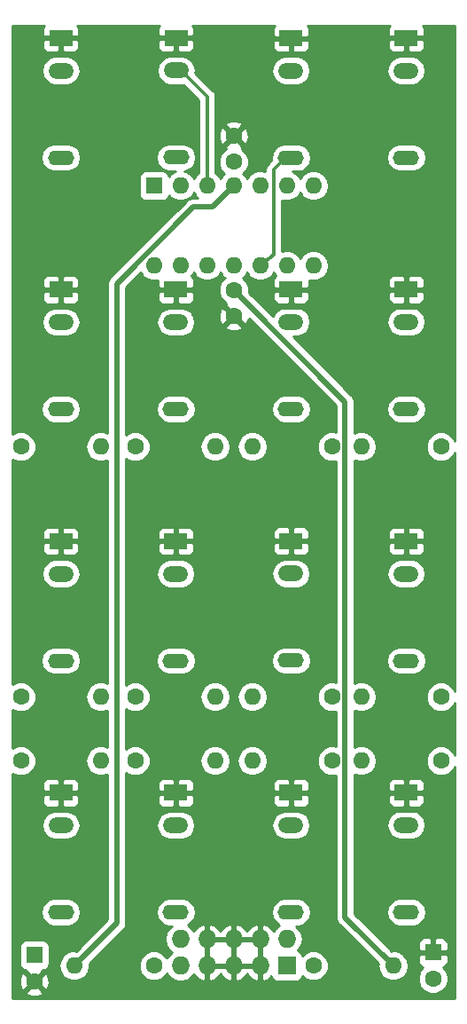
<source format=gbr>
G04 #@! TF.GenerationSoftware,KiCad,Pcbnew,(5.0.1)-4*
G04 #@! TF.CreationDate,2019-03-05T01:40:26-06:00*
G04 #@! TF.ProjectId,mult,6D756C742E6B696361645F7063620000,rev?*
G04 #@! TF.SameCoordinates,Original*
G04 #@! TF.FileFunction,Copper,L2,Bot,Signal*
G04 #@! TF.FilePolarity,Positive*
%FSLAX46Y46*%
G04 Gerber Fmt 4.6, Leading zero omitted, Abs format (unit mm)*
G04 Created by KiCad (PCBNEW (5.0.1)-4) date 3/5/2019 1:40:26*
%MOMM*%
%LPD*%
G01*
G04 APERTURE LIST*
G04 #@! TA.AperFunction,ComponentPad*
%ADD10O,2.400000X1.500000*%
G04 #@! TD*
G04 #@! TA.AperFunction,ComponentPad*
%ADD11R,2.200000X1.500000*%
G04 #@! TD*
G04 #@! TA.AperFunction,ComponentPad*
%ADD12O,2.500000X1.400000*%
G04 #@! TD*
G04 #@! TA.AperFunction,ComponentPad*
%ADD13C,1.600000*%
G04 #@! TD*
G04 #@! TA.AperFunction,ComponentPad*
%ADD14R,1.600000X1.600000*%
G04 #@! TD*
G04 #@! TA.AperFunction,ComponentPad*
%ADD15O,1.600000X1.600000*%
G04 #@! TD*
G04 #@! TA.AperFunction,ComponentPad*
%ADD16R,1.727200X1.727200*%
G04 #@! TD*
G04 #@! TA.AperFunction,ComponentPad*
%ADD17O,1.727200X1.727200*%
G04 #@! TD*
G04 #@! TA.AperFunction,Conductor*
%ADD18C,0.350000*%
G04 #@! TD*
G04 #@! TA.AperFunction,Conductor*
%ADD19C,0.500000*%
G04 #@! TD*
G04 #@! TA.AperFunction,Conductor*
%ADD20C,0.254000*%
G04 #@! TD*
G04 APERTURE END LIST*
D10*
G04 #@! TO.P,J1,TN*
G04 #@! TO.N,Net-(J1-PadTN)*
X-169374000Y132178000D03*
D11*
G04 #@! TO.P,J1,S*
G04 #@! TO.N,GND*
X-169374000Y135278000D03*
D12*
G04 #@! TO.P,J1,T*
G04 #@! TO.N,Net-(J1-PadT)*
X-169374000Y123878000D03*
G04 #@! TD*
D13*
G04 #@! TO.P,C1,1*
G04 #@! TO.N,+12V*
X-152864000Y123467000D03*
G04 #@! TO.P,C1,2*
G04 #@! TO.N,GND*
X-152864000Y125967000D03*
G04 #@! TD*
G04 #@! TO.P,C2,2*
G04 #@! TO.N,-12V*
X-152864000Y111235000D03*
G04 #@! TO.P,C2,1*
G04 #@! TO.N,GND*
X-152864000Y108735000D03*
G04 #@! TD*
D14*
G04 #@! TO.P,C3,1*
G04 #@! TO.N,+12V*
X-171914000Y47775000D03*
D13*
G04 #@! TO.P,C3,2*
G04 #@! TO.N,GND*
X-171914000Y45275000D03*
G04 #@! TD*
G04 #@! TO.P,C4,2*
G04 #@! TO.N,-12V*
X-133814000Y45529000D03*
D14*
G04 #@! TO.P,C4,1*
G04 #@! TO.N,GND*
X-133814000Y48029000D03*
G04 #@! TD*
D10*
G04 #@! TO.P,J2,TN*
G04 #@! TO.N,Net-(J1-PadT)*
X-158363100Y132190700D03*
D11*
G04 #@! TO.P,J2,S*
G04 #@! TO.N,GND*
X-158363100Y135290700D03*
D12*
G04 #@! TO.P,J2,T*
G04 #@! TO.N,Net-(J2-PadT)*
X-158363100Y123890700D03*
G04 #@! TD*
D10*
G04 #@! TO.P,J3,TN*
G04 #@! TO.N,Net-(J2-PadT)*
X-147377600Y132165300D03*
D11*
G04 #@! TO.P,J3,S*
G04 #@! TO.N,GND*
X-147377600Y135265300D03*
D12*
G04 #@! TO.P,J3,T*
G04 #@! TO.N,Net-(J3-PadT)*
X-147377600Y123865300D03*
G04 #@! TD*
G04 #@! TO.P,J4,T*
G04 #@! TO.N,Net-(J4-PadT)*
X-136379400Y123878000D03*
D11*
G04 #@! TO.P,J4,S*
G04 #@! TO.N,GND*
X-136379400Y135278000D03*
D10*
G04 #@! TO.P,J4,TN*
G04 #@! TO.N,Net-(J3-PadT)*
X-136379400Y132178000D03*
G04 #@! TD*
D12*
G04 #@! TO.P,J5,T*
G04 #@! TO.N,Net-(J5-PadT)*
X-169374000Y99875000D03*
D11*
G04 #@! TO.P,J5,S*
G04 #@! TO.N,GND*
X-169374000Y111275000D03*
D10*
G04 #@! TO.P,J5,TN*
G04 #@! TO.N,Net-(J5-PadTN)*
X-169374000Y108175000D03*
G04 #@! TD*
D12*
G04 #@! TO.P,J6,T*
G04 #@! TO.N,Net-(J6-PadT)*
X-169374000Y75872000D03*
D11*
G04 #@! TO.P,J6,S*
G04 #@! TO.N,GND*
X-169374000Y87272000D03*
D10*
G04 #@! TO.P,J6,TN*
G04 #@! TO.N,Net-(J6-PadTN)*
X-169374000Y84172000D03*
G04 #@! TD*
D12*
G04 #@! TO.P,J7,T*
G04 #@! TO.N,Net-(J7-PadT)*
X-169374000Y51869000D03*
D11*
G04 #@! TO.P,J7,S*
G04 #@! TO.N,GND*
X-169374000Y63269000D03*
D10*
G04 #@! TO.P,J7,TN*
G04 #@! TO.N,Net-(J7-PadTN)*
X-169374000Y60169000D03*
G04 #@! TD*
G04 #@! TO.P,J8,TN*
G04 #@! TO.N,Net-(J8-PadTN)*
X-158388500Y108175000D03*
D11*
G04 #@! TO.P,J8,S*
G04 #@! TO.N,GND*
X-158388500Y111275000D03*
D12*
G04 #@! TO.P,J8,T*
G04 #@! TO.N,Net-(J8-PadT)*
X-158388500Y99875000D03*
G04 #@! TD*
G04 #@! TO.P,J9,T*
G04 #@! TO.N,Net-(J9-PadT)*
X-158388500Y75872000D03*
D11*
G04 #@! TO.P,J9,S*
G04 #@! TO.N,GND*
X-158388500Y87272000D03*
D10*
G04 #@! TO.P,J9,TN*
G04 #@! TO.N,Net-(J9-PadTN)*
X-158388500Y84172000D03*
G04 #@! TD*
G04 #@! TO.P,J10,TN*
G04 #@! TO.N,Net-(J10-PadTN)*
X-158388500Y60169000D03*
D11*
G04 #@! TO.P,J10,S*
G04 #@! TO.N,GND*
X-158388500Y63269000D03*
D12*
G04 #@! TO.P,J10,T*
G04 #@! TO.N,Net-(J10-PadT)*
X-158388500Y51869000D03*
G04 #@! TD*
D10*
G04 #@! TO.P,J11,TN*
G04 #@! TO.N,Net-(J11-PadTN)*
X-147377600Y108187700D03*
D11*
G04 #@! TO.P,J11,S*
G04 #@! TO.N,GND*
X-147377600Y111287700D03*
D12*
G04 #@! TO.P,J11,T*
G04 #@! TO.N,Net-(J11-PadT)*
X-147377600Y99887700D03*
G04 #@! TD*
G04 #@! TO.P,J12,T*
G04 #@! TO.N,Net-(J12-PadT)*
X-147377600Y75884700D03*
D11*
G04 #@! TO.P,J12,S*
G04 #@! TO.N,GND*
X-147377600Y87284700D03*
D10*
G04 #@! TO.P,J12,TN*
G04 #@! TO.N,Net-(J12-PadTN)*
X-147377600Y84184700D03*
G04 #@! TD*
G04 #@! TO.P,J13,TN*
G04 #@! TO.N,Net-(J13-PadTN)*
X-147377600Y60169000D03*
D11*
G04 #@! TO.P,J13,S*
G04 #@! TO.N,GND*
X-147377600Y63269000D03*
D12*
G04 #@! TO.P,J13,T*
G04 #@! TO.N,Net-(J13-PadT)*
X-147377600Y51869000D03*
G04 #@! TD*
G04 #@! TO.P,J14,T*
G04 #@! TO.N,Net-(J14-PadT)*
X-136379400Y99887700D03*
D11*
G04 #@! TO.P,J14,S*
G04 #@! TO.N,GND*
X-136379400Y111287700D03*
D10*
G04 #@! TO.P,J14,TN*
G04 #@! TO.N,Net-(J14-PadTN)*
X-136379400Y108187700D03*
G04 #@! TD*
D12*
G04 #@! TO.P,J15,T*
G04 #@! TO.N,Net-(J15-PadT)*
X-136379400Y75872000D03*
D11*
G04 #@! TO.P,J15,S*
G04 #@! TO.N,GND*
X-136379400Y87272000D03*
D10*
G04 #@! TO.P,J15,TN*
G04 #@! TO.N,Net-(J15-PadTN)*
X-136379400Y84172000D03*
G04 #@! TD*
G04 #@! TO.P,J16,TN*
G04 #@! TO.N,Net-(J16-PadTN)*
X-136379400Y60181700D03*
D11*
G04 #@! TO.P,J16,S*
G04 #@! TO.N,GND*
X-136379400Y63281700D03*
D12*
G04 #@! TO.P,J16,T*
G04 #@! TO.N,Net-(J16-PadT)*
X-136379400Y51881700D03*
G04 #@! TD*
D14*
G04 #@! TO.P,U1,1*
G04 #@! TO.N,Net-(R1-Pad2)*
X-160484000Y121181000D03*
D15*
G04 #@! TO.P,U1,8*
G04 #@! TO.N,Net-(R7-Pad2)*
X-145244000Y113561000D03*
G04 #@! TO.P,U1,2*
G04 #@! TO.N,Net-(R1-Pad2)*
X-157944000Y121181000D03*
G04 #@! TO.P,U1,9*
G04 #@! TO.N,Net-(R7-Pad2)*
X-147784000Y113561000D03*
G04 #@! TO.P,U1,3*
G04 #@! TO.N,Net-(J1-PadT)*
X-155404000Y121181000D03*
G04 #@! TO.P,U1,10*
G04 #@! TO.N,Net-(J3-PadT)*
X-150324000Y113561000D03*
G04 #@! TO.P,U1,4*
G04 #@! TO.N,+12V*
X-152864000Y121181000D03*
G04 #@! TO.P,U1,11*
G04 #@! TO.N,-12V*
X-152864000Y113561000D03*
G04 #@! TO.P,U1,5*
G04 #@! TO.N,Net-(J4-PadT)*
X-150324000Y121181000D03*
G04 #@! TO.P,U1,12*
G04 #@! TO.N,Net-(J2-PadT)*
X-155404000Y113561000D03*
G04 #@! TO.P,U1,6*
G04 #@! TO.N,Net-(R10-Pad2)*
X-147784000Y121181000D03*
G04 #@! TO.P,U1,13*
G04 #@! TO.N,Net-(R4-Pad2)*
X-157944000Y113561000D03*
G04 #@! TO.P,U1,7*
G04 #@! TO.N,Net-(R10-Pad2)*
X-145244000Y121181000D03*
G04 #@! TO.P,U1,14*
G04 #@! TO.N,Net-(R4-Pad2)*
X-160484000Y113561000D03*
G04 #@! TD*
D16*
G04 #@! TO.P,JP1,1*
G04 #@! TO.N,Net-(JP1-Pad1)*
X-147784000Y46759000D03*
D17*
G04 #@! TO.P,JP1,2*
X-147784000Y49299000D03*
G04 #@! TO.P,JP1,3*
G04 #@! TO.N,GND*
X-150324000Y46759000D03*
G04 #@! TO.P,JP1,4*
X-150324000Y49299000D03*
G04 #@! TO.P,JP1,5*
X-152864000Y46759000D03*
G04 #@! TO.P,JP1,6*
X-152864000Y49299000D03*
G04 #@! TO.P,JP1,7*
X-155404000Y46759000D03*
G04 #@! TO.P,JP1,8*
X-155404000Y49299000D03*
G04 #@! TO.P,JP1,9*
G04 #@! TO.N,Net-(JP1-Pad10)*
X-157944000Y46759000D03*
G04 #@! TO.P,JP1,10*
X-157944000Y49299000D03*
G04 #@! TD*
D15*
G04 #@! TO.P,R1,2*
G04 #@! TO.N,Net-(R1-Pad2)*
X-165564000Y96289000D03*
D13*
G04 #@! TO.P,R1,1*
G04 #@! TO.N,Net-(J5-PadT)*
X-173184000Y96289000D03*
G04 #@! TD*
G04 #@! TO.P,R2,1*
G04 #@! TO.N,Net-(J6-PadT)*
X-173184000Y72413000D03*
D15*
G04 #@! TO.P,R2,2*
G04 #@! TO.N,Net-(R1-Pad2)*
X-165564000Y72413000D03*
G04 #@! TD*
G04 #@! TO.P,R3,2*
G04 #@! TO.N,Net-(R1-Pad2)*
X-165564000Y66317000D03*
D13*
G04 #@! TO.P,R3,1*
G04 #@! TO.N,Net-(J7-PadT)*
X-173184000Y66317000D03*
G04 #@! TD*
D15*
G04 #@! TO.P,R4,2*
G04 #@! TO.N,Net-(R4-Pad2)*
X-154642000Y96289000D03*
D13*
G04 #@! TO.P,R4,1*
G04 #@! TO.N,Net-(J8-PadT)*
X-162262000Y96289000D03*
G04 #@! TD*
G04 #@! TO.P,R5,1*
G04 #@! TO.N,Net-(J9-PadT)*
X-162262000Y72413000D03*
D15*
G04 #@! TO.P,R5,2*
G04 #@! TO.N,Net-(R4-Pad2)*
X-154642000Y72413000D03*
G04 #@! TD*
G04 #@! TO.P,R6,2*
G04 #@! TO.N,Net-(R4-Pad2)*
X-154642000Y66317000D03*
D13*
G04 #@! TO.P,R6,1*
G04 #@! TO.N,Net-(J10-PadT)*
X-162262000Y66317000D03*
G04 #@! TD*
G04 #@! TO.P,R7,1*
G04 #@! TO.N,Net-(J11-PadT)*
X-143466000Y96289000D03*
D15*
G04 #@! TO.P,R7,2*
G04 #@! TO.N,Net-(R7-Pad2)*
X-151086000Y96289000D03*
G04 #@! TD*
G04 #@! TO.P,R8,2*
G04 #@! TO.N,Net-(R7-Pad2)*
X-151086000Y72413000D03*
D13*
G04 #@! TO.P,R8,1*
G04 #@! TO.N,Net-(J12-PadT)*
X-143466000Y72413000D03*
G04 #@! TD*
G04 #@! TO.P,R9,1*
G04 #@! TO.N,Net-(J13-PadT)*
X-143466000Y66317000D03*
D15*
G04 #@! TO.P,R9,2*
G04 #@! TO.N,Net-(R7-Pad2)*
X-151086000Y66317000D03*
G04 #@! TD*
G04 #@! TO.P,R10,2*
G04 #@! TO.N,Net-(R10-Pad2)*
X-140672000Y96289000D03*
D13*
G04 #@! TO.P,R10,1*
G04 #@! TO.N,Net-(J14-PadT)*
X-133052000Y96289000D03*
G04 #@! TD*
G04 #@! TO.P,R11,1*
G04 #@! TO.N,Net-(J15-PadT)*
X-133052000Y72413000D03*
D15*
G04 #@! TO.P,R11,2*
G04 #@! TO.N,Net-(R10-Pad2)*
X-140672000Y72413000D03*
G04 #@! TD*
D13*
G04 #@! TO.P,R12,1*
G04 #@! TO.N,Net-(J16-PadT)*
X-133052000Y66317000D03*
D15*
G04 #@! TO.P,R12,2*
G04 #@! TO.N,Net-(R10-Pad2)*
X-140672000Y66317000D03*
G04 #@! TD*
D13*
G04 #@! TO.P,R13,1*
G04 #@! TO.N,Net-(JP1-Pad1)*
X-145244000Y46759000D03*
D15*
G04 #@! TO.P,R13,2*
G04 #@! TO.N,-12V*
X-137624000Y46759000D03*
G04 #@! TD*
G04 #@! TO.P,R14,2*
G04 #@! TO.N,+12V*
X-168104000Y46759000D03*
D13*
G04 #@! TO.P,R14,1*
G04 #@! TO.N,Net-(JP1-Pad10)*
X-160484000Y46759000D03*
G04 #@! TD*
D18*
G04 #@! TO.N,Net-(J1-PadT)*
X-157913100Y132190700D02*
X-158363100Y132190700D01*
X-155404000Y129681600D02*
X-157913100Y132190700D01*
X-155404000Y121181000D02*
X-155404000Y129681600D01*
G04 #@! TO.N,Net-(J2-PadT)*
X-157813100Y123890700D02*
X-158363100Y123890700D01*
G04 #@! TO.N,Net-(J3-PadT)*
X-150324000Y113561000D02*
X-149054000Y114577000D01*
X-147927600Y123865300D02*
X-147377600Y123865300D01*
X-149054000Y114577000D02*
X-149054000Y122705000D01*
X-149054000Y122705000D02*
X-147927600Y123865300D01*
D19*
G04 #@! TO.N,+12V*
X-168104000Y46759000D02*
X-164040000Y50823000D01*
X-164040000Y111855002D02*
X-156746002Y119149000D01*
X-164040000Y50823000D02*
X-164040000Y111855002D01*
X-154896000Y119149000D02*
X-152864000Y121181000D01*
X-156746002Y119149000D02*
X-154896000Y119149000D01*
G04 #@! TO.N,-12V*
X-152064001Y110435001D02*
X-152864000Y111235000D01*
X-142215999Y100586999D02*
X-152064001Y110435001D01*
X-142215999Y51350999D02*
X-142215999Y100586999D01*
X-137624000Y46759000D02*
X-142215999Y51350999D01*
G04 #@! TD*
D20*
G04 #@! TO.N,GND*
G36*
X-171012327Y136387699D02*
X-171109000Y136154310D01*
X-171109000Y135563750D01*
X-170950250Y135405000D01*
X-169501000Y135405000D01*
X-169501000Y135425000D01*
X-169247000Y135425000D01*
X-169247000Y135405000D01*
X-167797750Y135405000D01*
X-167639000Y135563750D01*
X-167639000Y136154310D01*
X-167735673Y136387699D01*
X-167820974Y136473000D01*
X-159928826Y136473000D01*
X-160001427Y136400399D01*
X-160098100Y136167010D01*
X-160098100Y135576450D01*
X-159939350Y135417700D01*
X-158490100Y135417700D01*
X-158490100Y135437700D01*
X-158236100Y135437700D01*
X-158236100Y135417700D01*
X-156786850Y135417700D01*
X-156628100Y135576450D01*
X-156628100Y136167010D01*
X-156724773Y136400399D01*
X-156797374Y136473000D01*
X-148917925Y136473000D01*
X-149015927Y136374999D01*
X-149112600Y136141610D01*
X-149112600Y135551050D01*
X-148953850Y135392300D01*
X-147504600Y135392300D01*
X-147504600Y135412300D01*
X-147250600Y135412300D01*
X-147250600Y135392300D01*
X-145801350Y135392300D01*
X-145642600Y135551050D01*
X-145642600Y136141610D01*
X-145739273Y136374999D01*
X-145837275Y136473000D01*
X-137932426Y136473000D01*
X-138017727Y136387699D01*
X-138114400Y136154310D01*
X-138114400Y135563750D01*
X-137955650Y135405000D01*
X-136506400Y135405000D01*
X-136506400Y135425000D01*
X-136252400Y135425000D01*
X-136252400Y135405000D01*
X-134803150Y135405000D01*
X-134644400Y135563750D01*
X-134644400Y136154310D01*
X-134741073Y136387699D01*
X-134826374Y136473000D01*
X-131730000Y136473000D01*
X-131730000Y96847244D01*
X-131835466Y97101862D01*
X-132239138Y97505534D01*
X-132766561Y97724000D01*
X-133337439Y97724000D01*
X-133864862Y97505534D01*
X-134268534Y97101862D01*
X-134487000Y96574439D01*
X-134487000Y96003561D01*
X-134268534Y95476138D01*
X-133864862Y95072466D01*
X-133337439Y94854000D01*
X-132766561Y94854000D01*
X-132239138Y95072466D01*
X-131835466Y95476138D01*
X-131730000Y95730756D01*
X-131729999Y72971243D01*
X-131835466Y73225862D01*
X-132239138Y73629534D01*
X-132766561Y73848000D01*
X-133337439Y73848000D01*
X-133864862Y73629534D01*
X-134268534Y73225862D01*
X-134487000Y72698439D01*
X-134487000Y72127561D01*
X-134268534Y71600138D01*
X-133864862Y71196466D01*
X-133337439Y70978000D01*
X-132766561Y70978000D01*
X-132239138Y71196466D01*
X-131835466Y71600138D01*
X-131729999Y71854757D01*
X-131729999Y66875243D01*
X-131835466Y67129862D01*
X-132239138Y67533534D01*
X-132766561Y67752000D01*
X-133337439Y67752000D01*
X-133864862Y67533534D01*
X-134268534Y67129862D01*
X-134487000Y66602439D01*
X-134487000Y66031561D01*
X-134268534Y65504138D01*
X-133864862Y65100466D01*
X-133337439Y64882000D01*
X-132766561Y64882000D01*
X-132239138Y65100466D01*
X-131835466Y65504138D01*
X-131729999Y65758757D01*
X-131729999Y43659000D01*
X-173998000Y43659000D01*
X-173998000Y44267255D01*
X-172742139Y44267255D01*
X-172668005Y44021136D01*
X-172130777Y43828035D01*
X-171560546Y43855222D01*
X-171159995Y44021136D01*
X-171085861Y44267255D01*
X-171914000Y45095395D01*
X-172742139Y44267255D01*
X-173998000Y44267255D01*
X-173998000Y45491777D01*
X-173360965Y45491777D01*
X-173333778Y44921546D01*
X-173167864Y44520995D01*
X-172921745Y44446861D01*
X-172093605Y45275000D01*
X-171734395Y45275000D01*
X-170906255Y44446861D01*
X-170660136Y44520995D01*
X-170467035Y45058223D01*
X-170494222Y45628454D01*
X-170660136Y46029005D01*
X-170906255Y46103139D01*
X-171734395Y45275000D01*
X-172093605Y45275000D01*
X-172921745Y46103139D01*
X-173167864Y46029005D01*
X-173360965Y45491777D01*
X-173998000Y45491777D01*
X-173998000Y48575000D01*
X-173361440Y48575000D01*
X-173361440Y46975000D01*
X-173312157Y46727235D01*
X-173171809Y46517191D01*
X-172961765Y46376843D01*
X-172727813Y46330307D01*
X-172742139Y46282745D01*
X-171914000Y45454605D01*
X-171085861Y46282745D01*
X-171100187Y46330307D01*
X-170866235Y46376843D01*
X-170656191Y46517191D01*
X-170515843Y46727235D01*
X-170509525Y46759000D01*
X-169567113Y46759000D01*
X-169455740Y46199091D01*
X-169138577Y45724423D01*
X-168663909Y45407260D01*
X-168245333Y45324000D01*
X-167962667Y45324000D01*
X-167544091Y45407260D01*
X-167069423Y45724423D01*
X-166752260Y46199091D01*
X-166640887Y46759000D01*
X-166675983Y46935439D01*
X-166566983Y47044439D01*
X-161919000Y47044439D01*
X-161919000Y46473561D01*
X-161700534Y45946138D01*
X-161296862Y45542466D01*
X-160769439Y45324000D01*
X-160198561Y45324000D01*
X-159671138Y45542466D01*
X-159267466Y45946138D01*
X-159242878Y46005499D01*
X-159024430Y45678570D01*
X-158528725Y45347350D01*
X-158091598Y45260400D01*
X-157796402Y45260400D01*
X-157359275Y45347350D01*
X-156863570Y45678570D01*
X-156662146Y45980021D01*
X-156610821Y45870510D01*
X-156178947Y45476312D01*
X-155763026Y45304042D01*
X-155531000Y45425183D01*
X-155531000Y46632000D01*
X-155277000Y46632000D01*
X-155277000Y45425183D01*
X-155044974Y45304042D01*
X-154629053Y45476312D01*
X-154197179Y45870510D01*
X-154134000Y46005313D01*
X-154070821Y45870510D01*
X-153638947Y45476312D01*
X-153223026Y45304042D01*
X-152991000Y45425183D01*
X-152991000Y46632000D01*
X-152737000Y46632000D01*
X-152737000Y45425183D01*
X-152504974Y45304042D01*
X-152089053Y45476312D01*
X-151657179Y45870510D01*
X-151594000Y46005313D01*
X-151530821Y45870510D01*
X-151098947Y45476312D01*
X-150683026Y45304042D01*
X-150451000Y45425183D01*
X-150451000Y46632000D01*
X-152737000Y46632000D01*
X-152991000Y46632000D01*
X-155277000Y46632000D01*
X-155531000Y46632000D01*
X-155551000Y46632000D01*
X-155551000Y46886000D01*
X-155531000Y46886000D01*
X-155531000Y49172000D01*
X-155277000Y49172000D01*
X-155277000Y46886000D01*
X-152991000Y46886000D01*
X-152991000Y49172000D01*
X-152737000Y49172000D01*
X-152737000Y46886000D01*
X-150451000Y46886000D01*
X-150451000Y49172000D01*
X-152737000Y49172000D01*
X-152991000Y49172000D01*
X-155277000Y49172000D01*
X-155531000Y49172000D01*
X-155551000Y49172000D01*
X-155551000Y49426000D01*
X-155531000Y49426000D01*
X-155531000Y50632817D01*
X-155277000Y50632817D01*
X-155277000Y49426000D01*
X-152991000Y49426000D01*
X-152991000Y50632817D01*
X-152737000Y50632817D01*
X-152737000Y49426000D01*
X-150451000Y49426000D01*
X-150451000Y50632817D01*
X-150197000Y50632817D01*
X-150197000Y49426000D01*
X-150177000Y49426000D01*
X-150177000Y49172000D01*
X-150197000Y49172000D01*
X-150197000Y46886000D01*
X-150177000Y46886000D01*
X-150177000Y46632000D01*
X-150197000Y46632000D01*
X-150197000Y45425183D01*
X-149964974Y45304042D01*
X-149549053Y45476312D01*
X-149263520Y45736936D01*
X-149245757Y45647635D01*
X-149105409Y45437591D01*
X-148895365Y45297243D01*
X-148647600Y45247960D01*
X-146920400Y45247960D01*
X-146672635Y45297243D01*
X-146462591Y45437591D01*
X-146322243Y45647635D01*
X-146295662Y45781266D01*
X-146056862Y45542466D01*
X-145529439Y45324000D01*
X-144958561Y45324000D01*
X-144431138Y45542466D01*
X-144027466Y45946138D01*
X-143809000Y46473561D01*
X-143809000Y47044439D01*
X-144027466Y47571862D01*
X-144431138Y47975534D01*
X-144958561Y48194000D01*
X-145529439Y48194000D01*
X-146056862Y47975534D01*
X-146295662Y47736734D01*
X-146322243Y47870365D01*
X-146462591Y48080409D01*
X-146672635Y48220757D01*
X-146698651Y48225932D01*
X-146372350Y48714275D01*
X-146256041Y49299000D01*
X-146372350Y49883725D01*
X-146703570Y50379430D01*
X-146934900Y50534000D01*
X-146696115Y50534000D01*
X-146306709Y50611458D01*
X-145865119Y50906519D01*
X-145570058Y51348109D01*
X-145466446Y51869000D01*
X-145570058Y52389891D01*
X-145865119Y52831481D01*
X-146306709Y53126542D01*
X-146696115Y53204000D01*
X-148059085Y53204000D01*
X-148448491Y53126542D01*
X-148890081Y52831481D01*
X-149185142Y52389891D01*
X-149288754Y51869000D01*
X-149185142Y51348109D01*
X-148890081Y50906519D01*
X-148482834Y50634405D01*
X-148864430Y50379430D01*
X-149065854Y50077979D01*
X-149117179Y50187490D01*
X-149549053Y50581688D01*
X-149964974Y50753958D01*
X-150197000Y50632817D01*
X-150451000Y50632817D01*
X-150683026Y50753958D01*
X-151098947Y50581688D01*
X-151530821Y50187490D01*
X-151594000Y50052687D01*
X-151657179Y50187490D01*
X-152089053Y50581688D01*
X-152504974Y50753958D01*
X-152737000Y50632817D01*
X-152991000Y50632817D01*
X-153223026Y50753958D01*
X-153638947Y50581688D01*
X-154070821Y50187490D01*
X-154134000Y50052687D01*
X-154197179Y50187490D01*
X-154629053Y50581688D01*
X-155044974Y50753958D01*
X-155277000Y50632817D01*
X-155531000Y50632817D01*
X-155763026Y50753958D01*
X-156178947Y50581688D01*
X-156610821Y50187490D01*
X-156662146Y50077979D01*
X-156863570Y50379430D01*
X-157264216Y50647134D01*
X-156876019Y50906519D01*
X-156580958Y51348109D01*
X-156477346Y51869000D01*
X-156580958Y52389891D01*
X-156876019Y52831481D01*
X-157317609Y53126542D01*
X-157707015Y53204000D01*
X-159069985Y53204000D01*
X-159459391Y53126542D01*
X-159900981Y52831481D01*
X-160196042Y52389891D01*
X-160299654Y51869000D01*
X-160196042Y51348109D01*
X-159900981Y50906519D01*
X-159459391Y50611458D01*
X-159069985Y50534000D01*
X-158793100Y50534000D01*
X-159024430Y50379430D01*
X-159355650Y49883725D01*
X-159471959Y49299000D01*
X-159355650Y48714275D01*
X-159024430Y48218570D01*
X-158740719Y48029000D01*
X-159024430Y47839430D01*
X-159242878Y47512501D01*
X-159267466Y47571862D01*
X-159671138Y47975534D01*
X-160198561Y48194000D01*
X-160769439Y48194000D01*
X-161296862Y47975534D01*
X-161700534Y47571862D01*
X-161919000Y47044439D01*
X-166566983Y47044439D01*
X-163475844Y50135577D01*
X-163401951Y50184951D01*
X-163272003Y50379430D01*
X-163206348Y50477690D01*
X-163177214Y50624158D01*
X-163155000Y50735835D01*
X-163155000Y50735839D01*
X-163137663Y50823000D01*
X-163155000Y50910161D01*
X-163155000Y60169000D01*
X-160250633Y60169000D01*
X-160143141Y59628600D01*
X-159837029Y59170471D01*
X-159378900Y58864359D01*
X-158974907Y58784000D01*
X-157802093Y58784000D01*
X-157398100Y58864359D01*
X-156939971Y59170471D01*
X-156633859Y59628600D01*
X-156526367Y60169000D01*
X-149239733Y60169000D01*
X-149132241Y59628600D01*
X-148826129Y59170471D01*
X-148368000Y58864359D01*
X-147964007Y58784000D01*
X-146791193Y58784000D01*
X-146387200Y58864359D01*
X-145929071Y59170471D01*
X-145622959Y59628600D01*
X-145515467Y60169000D01*
X-145622959Y60709400D01*
X-145929071Y61167529D01*
X-146387200Y61473641D01*
X-146791193Y61554000D01*
X-147964007Y61554000D01*
X-148368000Y61473641D01*
X-148826129Y61167529D01*
X-149132241Y60709400D01*
X-149239733Y60169000D01*
X-156526367Y60169000D01*
X-156633859Y60709400D01*
X-156939971Y61167529D01*
X-157398100Y61473641D01*
X-157802093Y61554000D01*
X-158974907Y61554000D01*
X-159378900Y61473641D01*
X-159837029Y61167529D01*
X-160143141Y60709400D01*
X-160250633Y60169000D01*
X-163155000Y60169000D01*
X-163155000Y62983250D01*
X-160123500Y62983250D01*
X-160123500Y62392690D01*
X-160026827Y62159301D01*
X-159848198Y61980673D01*
X-159614809Y61884000D01*
X-158674250Y61884000D01*
X-158515500Y62042750D01*
X-158515500Y63142000D01*
X-158261500Y63142000D01*
X-158261500Y62042750D01*
X-158102750Y61884000D01*
X-157162191Y61884000D01*
X-156928802Y61980673D01*
X-156750173Y62159301D01*
X-156653500Y62392690D01*
X-156653500Y62983250D01*
X-149112600Y62983250D01*
X-149112600Y62392690D01*
X-149015927Y62159301D01*
X-148837298Y61980673D01*
X-148603909Y61884000D01*
X-147663350Y61884000D01*
X-147504600Y62042750D01*
X-147504600Y63142000D01*
X-147250600Y63142000D01*
X-147250600Y62042750D01*
X-147091850Y61884000D01*
X-146151291Y61884000D01*
X-145917902Y61980673D01*
X-145739273Y62159301D01*
X-145642600Y62392690D01*
X-145642600Y62983250D01*
X-145801350Y63142000D01*
X-147250600Y63142000D01*
X-147504600Y63142000D01*
X-148953850Y63142000D01*
X-149112600Y62983250D01*
X-156653500Y62983250D01*
X-156812250Y63142000D01*
X-158261500Y63142000D01*
X-158515500Y63142000D01*
X-159964750Y63142000D01*
X-160123500Y62983250D01*
X-163155000Y62983250D01*
X-163155000Y64145310D01*
X-160123500Y64145310D01*
X-160123500Y63554750D01*
X-159964750Y63396000D01*
X-158515500Y63396000D01*
X-158515500Y64495250D01*
X-158261500Y64495250D01*
X-158261500Y63396000D01*
X-156812250Y63396000D01*
X-156653500Y63554750D01*
X-156653500Y64145310D01*
X-149112600Y64145310D01*
X-149112600Y63554750D01*
X-148953850Y63396000D01*
X-147504600Y63396000D01*
X-147504600Y64495250D01*
X-147250600Y64495250D01*
X-147250600Y63396000D01*
X-145801350Y63396000D01*
X-145642600Y63554750D01*
X-145642600Y64145310D01*
X-145739273Y64378699D01*
X-145917902Y64557327D01*
X-146151291Y64654000D01*
X-147091850Y64654000D01*
X-147250600Y64495250D01*
X-147504600Y64495250D01*
X-147663350Y64654000D01*
X-148603909Y64654000D01*
X-148837298Y64557327D01*
X-149015927Y64378699D01*
X-149112600Y64145310D01*
X-156653500Y64145310D01*
X-156750173Y64378699D01*
X-156928802Y64557327D01*
X-157162191Y64654000D01*
X-158102750Y64654000D01*
X-158261500Y64495250D01*
X-158515500Y64495250D01*
X-158674250Y64654000D01*
X-159614809Y64654000D01*
X-159848198Y64557327D01*
X-160026827Y64378699D01*
X-160123500Y64145310D01*
X-163155000Y64145310D01*
X-163155000Y65180604D01*
X-163074862Y65100466D01*
X-162547439Y64882000D01*
X-161976561Y64882000D01*
X-161449138Y65100466D01*
X-161045466Y65504138D01*
X-160827000Y66031561D01*
X-160827000Y66317000D01*
X-156105113Y66317000D01*
X-155993740Y65757091D01*
X-155676577Y65282423D01*
X-155201909Y64965260D01*
X-154783333Y64882000D01*
X-154500667Y64882000D01*
X-154082091Y64965260D01*
X-153607423Y65282423D01*
X-153290260Y65757091D01*
X-153178887Y66317000D01*
X-152549113Y66317000D01*
X-152437740Y65757091D01*
X-152120577Y65282423D01*
X-151645909Y64965260D01*
X-151227333Y64882000D01*
X-150944667Y64882000D01*
X-150526091Y64965260D01*
X-150051423Y65282423D01*
X-149734260Y65757091D01*
X-149622887Y66317000D01*
X-149734260Y66876909D01*
X-150051423Y67351577D01*
X-150526091Y67668740D01*
X-150944667Y67752000D01*
X-151227333Y67752000D01*
X-151645909Y67668740D01*
X-152120577Y67351577D01*
X-152437740Y66876909D01*
X-152549113Y66317000D01*
X-153178887Y66317000D01*
X-153290260Y66876909D01*
X-153607423Y67351577D01*
X-154082091Y67668740D01*
X-154500667Y67752000D01*
X-154783333Y67752000D01*
X-155201909Y67668740D01*
X-155676577Y67351577D01*
X-155993740Y66876909D01*
X-156105113Y66317000D01*
X-160827000Y66317000D01*
X-160827000Y66602439D01*
X-161045466Y67129862D01*
X-161449138Y67533534D01*
X-161976561Y67752000D01*
X-162547439Y67752000D01*
X-163074862Y67533534D01*
X-163155000Y67453396D01*
X-163155000Y71276604D01*
X-163074862Y71196466D01*
X-162547439Y70978000D01*
X-161976561Y70978000D01*
X-161449138Y71196466D01*
X-161045466Y71600138D01*
X-160827000Y72127561D01*
X-160827000Y72413000D01*
X-156105113Y72413000D01*
X-155993740Y71853091D01*
X-155676577Y71378423D01*
X-155201909Y71061260D01*
X-154783333Y70978000D01*
X-154500667Y70978000D01*
X-154082091Y71061260D01*
X-153607423Y71378423D01*
X-153290260Y71853091D01*
X-153178887Y72413000D01*
X-152549113Y72413000D01*
X-152437740Y71853091D01*
X-152120577Y71378423D01*
X-151645909Y71061260D01*
X-151227333Y70978000D01*
X-150944667Y70978000D01*
X-150526091Y71061260D01*
X-150051423Y71378423D01*
X-149734260Y71853091D01*
X-149622887Y72413000D01*
X-149734260Y72972909D01*
X-150051423Y73447577D01*
X-150526091Y73764740D01*
X-150944667Y73848000D01*
X-151227333Y73848000D01*
X-151645909Y73764740D01*
X-152120577Y73447577D01*
X-152437740Y72972909D01*
X-152549113Y72413000D01*
X-153178887Y72413000D01*
X-153290260Y72972909D01*
X-153607423Y73447577D01*
X-154082091Y73764740D01*
X-154500667Y73848000D01*
X-154783333Y73848000D01*
X-155201909Y73764740D01*
X-155676577Y73447577D01*
X-155993740Y72972909D01*
X-156105113Y72413000D01*
X-160827000Y72413000D01*
X-160827000Y72698439D01*
X-161045466Y73225862D01*
X-161449138Y73629534D01*
X-161976561Y73848000D01*
X-162547439Y73848000D01*
X-163074862Y73629534D01*
X-163155000Y73549396D01*
X-163155000Y75872000D01*
X-160299654Y75872000D01*
X-160196042Y75351109D01*
X-159900981Y74909519D01*
X-159459391Y74614458D01*
X-159069985Y74537000D01*
X-157707015Y74537000D01*
X-157317609Y74614458D01*
X-156876019Y74909519D01*
X-156580958Y75351109D01*
X-156477346Y75872000D01*
X-156479872Y75884700D01*
X-149288754Y75884700D01*
X-149185142Y75363809D01*
X-148890081Y74922219D01*
X-148448491Y74627158D01*
X-148059085Y74549700D01*
X-146696115Y74549700D01*
X-146306709Y74627158D01*
X-145865119Y74922219D01*
X-145570058Y75363809D01*
X-145466446Y75884700D01*
X-145570058Y76405591D01*
X-145865119Y76847181D01*
X-146306709Y77142242D01*
X-146696115Y77219700D01*
X-148059085Y77219700D01*
X-148448491Y77142242D01*
X-148890081Y76847181D01*
X-149185142Y76405591D01*
X-149288754Y75884700D01*
X-156479872Y75884700D01*
X-156580958Y76392891D01*
X-156876019Y76834481D01*
X-157317609Y77129542D01*
X-157707015Y77207000D01*
X-159069985Y77207000D01*
X-159459391Y77129542D01*
X-159900981Y76834481D01*
X-160196042Y76392891D01*
X-160299654Y75872000D01*
X-163155000Y75872000D01*
X-163155000Y84172000D01*
X-160250633Y84172000D01*
X-160143141Y83631600D01*
X-159837029Y83173471D01*
X-159378900Y82867359D01*
X-158974907Y82787000D01*
X-157802093Y82787000D01*
X-157398100Y82867359D01*
X-156939971Y83173471D01*
X-156633859Y83631600D01*
X-156526367Y84172000D01*
X-156528893Y84184700D01*
X-149239733Y84184700D01*
X-149132241Y83644300D01*
X-148826129Y83186171D01*
X-148368000Y82880059D01*
X-147964007Y82799700D01*
X-146791193Y82799700D01*
X-146387200Y82880059D01*
X-145929071Y83186171D01*
X-145622959Y83644300D01*
X-145515467Y84184700D01*
X-145622959Y84725100D01*
X-145929071Y85183229D01*
X-146387200Y85489341D01*
X-146791193Y85569700D01*
X-147964007Y85569700D01*
X-148368000Y85489341D01*
X-148826129Y85183229D01*
X-149132241Y84725100D01*
X-149239733Y84184700D01*
X-156528893Y84184700D01*
X-156633859Y84712400D01*
X-156939971Y85170529D01*
X-157398100Y85476641D01*
X-157802093Y85557000D01*
X-158974907Y85557000D01*
X-159378900Y85476641D01*
X-159837029Y85170529D01*
X-160143141Y84712400D01*
X-160250633Y84172000D01*
X-163155000Y84172000D01*
X-163155000Y86986250D01*
X-160123500Y86986250D01*
X-160123500Y86395690D01*
X-160026827Y86162301D01*
X-159848198Y85983673D01*
X-159614809Y85887000D01*
X-158674250Y85887000D01*
X-158515500Y86045750D01*
X-158515500Y87145000D01*
X-158261500Y87145000D01*
X-158261500Y86045750D01*
X-158102750Y85887000D01*
X-157162191Y85887000D01*
X-156928802Y85983673D01*
X-156750173Y86162301D01*
X-156653500Y86395690D01*
X-156653500Y86986250D01*
X-156666200Y86998950D01*
X-149112600Y86998950D01*
X-149112600Y86408390D01*
X-149015927Y86175001D01*
X-148837298Y85996373D01*
X-148603909Y85899700D01*
X-147663350Y85899700D01*
X-147504600Y86058450D01*
X-147504600Y87157700D01*
X-147250600Y87157700D01*
X-147250600Y86058450D01*
X-147091850Y85899700D01*
X-146151291Y85899700D01*
X-145917902Y85996373D01*
X-145739273Y86175001D01*
X-145642600Y86408390D01*
X-145642600Y86998950D01*
X-145801350Y87157700D01*
X-147250600Y87157700D01*
X-147504600Y87157700D01*
X-148953850Y87157700D01*
X-149112600Y86998950D01*
X-156666200Y86998950D01*
X-156812250Y87145000D01*
X-158261500Y87145000D01*
X-158515500Y87145000D01*
X-159964750Y87145000D01*
X-160123500Y86986250D01*
X-163155000Y86986250D01*
X-163155000Y88148310D01*
X-160123500Y88148310D01*
X-160123500Y87557750D01*
X-159964750Y87399000D01*
X-158515500Y87399000D01*
X-158515500Y88498250D01*
X-158261500Y88498250D01*
X-158261500Y87399000D01*
X-156812250Y87399000D01*
X-156653500Y87557750D01*
X-156653500Y88148310D01*
X-156658760Y88161010D01*
X-149112600Y88161010D01*
X-149112600Y87570450D01*
X-148953850Y87411700D01*
X-147504600Y87411700D01*
X-147504600Y88510950D01*
X-147250600Y88510950D01*
X-147250600Y87411700D01*
X-145801350Y87411700D01*
X-145642600Y87570450D01*
X-145642600Y88161010D01*
X-145739273Y88394399D01*
X-145917902Y88573027D01*
X-146151291Y88669700D01*
X-147091850Y88669700D01*
X-147250600Y88510950D01*
X-147504600Y88510950D01*
X-147663350Y88669700D01*
X-148603909Y88669700D01*
X-148837298Y88573027D01*
X-149015927Y88394399D01*
X-149112600Y88161010D01*
X-156658760Y88161010D01*
X-156750173Y88381699D01*
X-156928802Y88560327D01*
X-157162191Y88657000D01*
X-158102750Y88657000D01*
X-158261500Y88498250D01*
X-158515500Y88498250D01*
X-158674250Y88657000D01*
X-159614809Y88657000D01*
X-159848198Y88560327D01*
X-160026827Y88381699D01*
X-160123500Y88148310D01*
X-163155000Y88148310D01*
X-163155000Y95152604D01*
X-163074862Y95072466D01*
X-162547439Y94854000D01*
X-161976561Y94854000D01*
X-161449138Y95072466D01*
X-161045466Y95476138D01*
X-160827000Y96003561D01*
X-160827000Y96289000D01*
X-156105113Y96289000D01*
X-155993740Y95729091D01*
X-155676577Y95254423D01*
X-155201909Y94937260D01*
X-154783333Y94854000D01*
X-154500667Y94854000D01*
X-154082091Y94937260D01*
X-153607423Y95254423D01*
X-153290260Y95729091D01*
X-153178887Y96289000D01*
X-152549113Y96289000D01*
X-152437740Y95729091D01*
X-152120577Y95254423D01*
X-151645909Y94937260D01*
X-151227333Y94854000D01*
X-150944667Y94854000D01*
X-150526091Y94937260D01*
X-150051423Y95254423D01*
X-149734260Y95729091D01*
X-149622887Y96289000D01*
X-149734260Y96848909D01*
X-150051423Y97323577D01*
X-150526091Y97640740D01*
X-150944667Y97724000D01*
X-151227333Y97724000D01*
X-151645909Y97640740D01*
X-152120577Y97323577D01*
X-152437740Y96848909D01*
X-152549113Y96289000D01*
X-153178887Y96289000D01*
X-153290260Y96848909D01*
X-153607423Y97323577D01*
X-154082091Y97640740D01*
X-154500667Y97724000D01*
X-154783333Y97724000D01*
X-155201909Y97640740D01*
X-155676577Y97323577D01*
X-155993740Y96848909D01*
X-156105113Y96289000D01*
X-160827000Y96289000D01*
X-160827000Y96574439D01*
X-161045466Y97101862D01*
X-161449138Y97505534D01*
X-161976561Y97724000D01*
X-162547439Y97724000D01*
X-163074862Y97505534D01*
X-163155000Y97425396D01*
X-163155000Y99875000D01*
X-160299654Y99875000D01*
X-160196042Y99354109D01*
X-159900981Y98912519D01*
X-159459391Y98617458D01*
X-159069985Y98540000D01*
X-157707015Y98540000D01*
X-157317609Y98617458D01*
X-156876019Y98912519D01*
X-156580958Y99354109D01*
X-156477346Y99875000D01*
X-156479872Y99887700D01*
X-149288754Y99887700D01*
X-149185142Y99366809D01*
X-148890081Y98925219D01*
X-148448491Y98630158D01*
X-148059085Y98552700D01*
X-146696115Y98552700D01*
X-146306709Y98630158D01*
X-145865119Y98925219D01*
X-145570058Y99366809D01*
X-145466446Y99887700D01*
X-145570058Y100408591D01*
X-145865119Y100850181D01*
X-146306709Y101145242D01*
X-146696115Y101222700D01*
X-148059085Y101222700D01*
X-148448491Y101145242D01*
X-148890081Y100850181D01*
X-149185142Y100408591D01*
X-149288754Y99887700D01*
X-156479872Y99887700D01*
X-156580958Y100395891D01*
X-156876019Y100837481D01*
X-157317609Y101132542D01*
X-157707015Y101210000D01*
X-159069985Y101210000D01*
X-159459391Y101132542D01*
X-159900981Y100837481D01*
X-160196042Y100395891D01*
X-160299654Y99875000D01*
X-163155000Y99875000D01*
X-163155000Y108175000D01*
X-160250633Y108175000D01*
X-160143141Y107634600D01*
X-159837029Y107176471D01*
X-159378900Y106870359D01*
X-158974907Y106790000D01*
X-157802093Y106790000D01*
X-157398100Y106870359D01*
X-156939971Y107176471D01*
X-156633859Y107634600D01*
X-156615429Y107727255D01*
X-153692139Y107727255D01*
X-153618005Y107481136D01*
X-153080777Y107288035D01*
X-152510546Y107315222D01*
X-152109995Y107481136D01*
X-152035861Y107727255D01*
X-152864000Y108555395D01*
X-153692139Y107727255D01*
X-156615429Y107727255D01*
X-156526367Y108175000D01*
X-156633859Y108715400D01*
X-156791801Y108951777D01*
X-154310965Y108951777D01*
X-154283778Y108381546D01*
X-154117864Y107980995D01*
X-153871745Y107906861D01*
X-153043605Y108735000D01*
X-153871745Y109563139D01*
X-154117864Y109489005D01*
X-154310965Y108951777D01*
X-156791801Y108951777D01*
X-156939971Y109173529D01*
X-157398100Y109479641D01*
X-157802093Y109560000D01*
X-158974907Y109560000D01*
X-159378900Y109479641D01*
X-159837029Y109173529D01*
X-160143141Y108715400D01*
X-160250633Y108175000D01*
X-163155000Y108175000D01*
X-163155000Y110989250D01*
X-160123500Y110989250D01*
X-160123500Y110398690D01*
X-160026827Y110165301D01*
X-159848198Y109986673D01*
X-159614809Y109890000D01*
X-158674250Y109890000D01*
X-158515500Y110048750D01*
X-158515500Y111148000D01*
X-158261500Y111148000D01*
X-158261500Y110048750D01*
X-158102750Y109890000D01*
X-157162191Y109890000D01*
X-156928802Y109986673D01*
X-156750173Y110165301D01*
X-156653500Y110398690D01*
X-156653500Y110989250D01*
X-156812250Y111148000D01*
X-158261500Y111148000D01*
X-158515500Y111148000D01*
X-159964750Y111148000D01*
X-160123500Y110989250D01*
X-163155000Y110989250D01*
X-163155000Y111488424D01*
X-161758272Y112885152D01*
X-161518577Y112526423D01*
X-161043909Y112209260D01*
X-160625333Y112126000D01*
X-160342667Y112126000D01*
X-160115246Y112171237D01*
X-160123500Y112151310D01*
X-160123500Y111560750D01*
X-159964750Y111402000D01*
X-158515500Y111402000D01*
X-158515500Y111422000D01*
X-158261500Y111422000D01*
X-158261500Y111402000D01*
X-156812250Y111402000D01*
X-156653500Y111560750D01*
X-156653500Y112151310D01*
X-156750173Y112384699D01*
X-156902403Y112536929D01*
X-156674000Y112878758D01*
X-156438577Y112526423D01*
X-155963909Y112209260D01*
X-155545333Y112126000D01*
X-155262667Y112126000D01*
X-154844091Y112209260D01*
X-154369423Y112526423D01*
X-154134000Y112878758D01*
X-153898577Y112526423D01*
X-153720776Y112407620D01*
X-154080534Y112047862D01*
X-154299000Y111520439D01*
X-154299000Y110949561D01*
X-154080534Y110422138D01*
X-153676862Y110018466D01*
X-153611701Y109991475D01*
X-153618005Y109988864D01*
X-153692139Y109742745D01*
X-152864000Y108914605D01*
X-152849858Y108928748D01*
X-152670252Y108749142D01*
X-152684395Y108735000D01*
X-151856255Y107906861D01*
X-151610136Y107980995D01*
X-151417035Y108518223D01*
X-151417948Y108537370D01*
X-143100998Y100220419D01*
X-143100998Y97691044D01*
X-143180561Y97724000D01*
X-143751439Y97724000D01*
X-144278862Y97505534D01*
X-144682534Y97101862D01*
X-144901000Y96574439D01*
X-144901000Y96003561D01*
X-144682534Y95476138D01*
X-144278862Y95072466D01*
X-143751439Y94854000D01*
X-143180561Y94854000D01*
X-143100998Y94886956D01*
X-143100999Y73815044D01*
X-143180561Y73848000D01*
X-143751439Y73848000D01*
X-144278862Y73629534D01*
X-144682534Y73225862D01*
X-144901000Y72698439D01*
X-144901000Y72127561D01*
X-144682534Y71600138D01*
X-144278862Y71196466D01*
X-143751439Y70978000D01*
X-143180561Y70978000D01*
X-143100999Y71010956D01*
X-143100999Y67719044D01*
X-143180561Y67752000D01*
X-143751439Y67752000D01*
X-144278862Y67533534D01*
X-144682534Y67129862D01*
X-144901000Y66602439D01*
X-144901000Y66031561D01*
X-144682534Y65504138D01*
X-144278862Y65100466D01*
X-143751439Y64882000D01*
X-143180561Y64882000D01*
X-143100999Y64914956D01*
X-143100999Y51438160D01*
X-143118336Y51350999D01*
X-143100999Y51263838D01*
X-143100999Y51263835D01*
X-143049651Y51005690D01*
X-142854048Y50712950D01*
X-142780152Y50663574D01*
X-139052017Y46935438D01*
X-139087113Y46759000D01*
X-138975740Y46199091D01*
X-138658577Y45724423D01*
X-138183909Y45407260D01*
X-137765333Y45324000D01*
X-137482667Y45324000D01*
X-137064091Y45407260D01*
X-136589423Y45724423D01*
X-136272260Y46199091D01*
X-136160887Y46759000D01*
X-136272260Y47318909D01*
X-136555795Y47743250D01*
X-135249000Y47743250D01*
X-135249000Y47102691D01*
X-135152327Y46869302D01*
X-134973699Y46690673D01*
X-134767241Y46605155D01*
X-135030534Y46341862D01*
X-135249000Y45814439D01*
X-135249000Y45243561D01*
X-135030534Y44716138D01*
X-134626862Y44312466D01*
X-134099439Y44094000D01*
X-133528561Y44094000D01*
X-133001138Y44312466D01*
X-132597466Y44716138D01*
X-132379000Y45243561D01*
X-132379000Y45814439D01*
X-132597466Y46341862D01*
X-132860759Y46605155D01*
X-132654301Y46690673D01*
X-132475673Y46869302D01*
X-132379000Y47102691D01*
X-132379000Y47743250D01*
X-132537750Y47902000D01*
X-133687000Y47902000D01*
X-133687000Y47882000D01*
X-133941000Y47882000D01*
X-133941000Y47902000D01*
X-135090250Y47902000D01*
X-135249000Y47743250D01*
X-136555795Y47743250D01*
X-136589423Y47793577D01*
X-137064091Y48110740D01*
X-137482667Y48194000D01*
X-137765333Y48194000D01*
X-137800438Y48187017D01*
X-138568730Y48955309D01*
X-135249000Y48955309D01*
X-135249000Y48314750D01*
X-135090250Y48156000D01*
X-133941000Y48156000D01*
X-133941000Y49305250D01*
X-133687000Y49305250D01*
X-133687000Y48156000D01*
X-132537750Y48156000D01*
X-132379000Y48314750D01*
X-132379000Y48955309D01*
X-132475673Y49188698D01*
X-132654301Y49367327D01*
X-132887690Y49464000D01*
X-133528250Y49464000D01*
X-133687000Y49305250D01*
X-133941000Y49305250D01*
X-134099750Y49464000D01*
X-134740310Y49464000D01*
X-134973699Y49367327D01*
X-135152327Y49188698D01*
X-135249000Y48955309D01*
X-138568730Y48955309D01*
X-141330999Y51717577D01*
X-141330999Y51881700D01*
X-138290554Y51881700D01*
X-138186942Y51360809D01*
X-137891881Y50919219D01*
X-137450291Y50624158D01*
X-137060885Y50546700D01*
X-135697915Y50546700D01*
X-135308509Y50624158D01*
X-134866919Y50919219D01*
X-134571858Y51360809D01*
X-134468246Y51881700D01*
X-134571858Y52402591D01*
X-134866919Y52844181D01*
X-135308509Y53139242D01*
X-135697915Y53216700D01*
X-137060885Y53216700D01*
X-137450291Y53139242D01*
X-137891881Y52844181D01*
X-138186942Y52402591D01*
X-138290554Y51881700D01*
X-141330999Y51881700D01*
X-141330999Y60181700D01*
X-138241533Y60181700D01*
X-138134041Y59641300D01*
X-137827929Y59183171D01*
X-137369800Y58877059D01*
X-136965807Y58796700D01*
X-135792993Y58796700D01*
X-135389000Y58877059D01*
X-134930871Y59183171D01*
X-134624759Y59641300D01*
X-134517267Y60181700D01*
X-134624759Y60722100D01*
X-134930871Y61180229D01*
X-135389000Y61486341D01*
X-135792993Y61566700D01*
X-136965807Y61566700D01*
X-137369800Y61486341D01*
X-137827929Y61180229D01*
X-138134041Y60722100D01*
X-138241533Y60181700D01*
X-141330999Y60181700D01*
X-141330999Y62995950D01*
X-138114400Y62995950D01*
X-138114400Y62405390D01*
X-138017727Y62172001D01*
X-137839098Y61993373D01*
X-137605709Y61896700D01*
X-136665150Y61896700D01*
X-136506400Y62055450D01*
X-136506400Y63154700D01*
X-136252400Y63154700D01*
X-136252400Y62055450D01*
X-136093650Y61896700D01*
X-135153091Y61896700D01*
X-134919702Y61993373D01*
X-134741073Y62172001D01*
X-134644400Y62405390D01*
X-134644400Y62995950D01*
X-134803150Y63154700D01*
X-136252400Y63154700D01*
X-136506400Y63154700D01*
X-137955650Y63154700D01*
X-138114400Y62995950D01*
X-141330999Y62995950D01*
X-141330999Y64158010D01*
X-138114400Y64158010D01*
X-138114400Y63567450D01*
X-137955650Y63408700D01*
X-136506400Y63408700D01*
X-136506400Y64507950D01*
X-136252400Y64507950D01*
X-136252400Y63408700D01*
X-134803150Y63408700D01*
X-134644400Y63567450D01*
X-134644400Y64158010D01*
X-134741073Y64391399D01*
X-134919702Y64570027D01*
X-135153091Y64666700D01*
X-136093650Y64666700D01*
X-136252400Y64507950D01*
X-136506400Y64507950D01*
X-136665150Y64666700D01*
X-137605709Y64666700D01*
X-137839098Y64570027D01*
X-138017727Y64391399D01*
X-138114400Y64158010D01*
X-141330999Y64158010D01*
X-141330999Y65031470D01*
X-141231909Y64965260D01*
X-140813333Y64882000D01*
X-140530667Y64882000D01*
X-140112091Y64965260D01*
X-139637423Y65282423D01*
X-139320260Y65757091D01*
X-139208887Y66317000D01*
X-139320260Y66876909D01*
X-139637423Y67351577D01*
X-140112091Y67668740D01*
X-140530667Y67752000D01*
X-140813333Y67752000D01*
X-141231909Y67668740D01*
X-141330999Y67602530D01*
X-141330999Y71127470D01*
X-141231909Y71061260D01*
X-140813333Y70978000D01*
X-140530667Y70978000D01*
X-140112091Y71061260D01*
X-139637423Y71378423D01*
X-139320260Y71853091D01*
X-139208887Y72413000D01*
X-139320260Y72972909D01*
X-139637423Y73447577D01*
X-140112091Y73764740D01*
X-140530667Y73848000D01*
X-140813333Y73848000D01*
X-141231909Y73764740D01*
X-141330999Y73698530D01*
X-141330999Y75872000D01*
X-138290554Y75872000D01*
X-138186942Y75351109D01*
X-137891881Y74909519D01*
X-137450291Y74614458D01*
X-137060885Y74537000D01*
X-135697915Y74537000D01*
X-135308509Y74614458D01*
X-134866919Y74909519D01*
X-134571858Y75351109D01*
X-134468246Y75872000D01*
X-134571858Y76392891D01*
X-134866919Y76834481D01*
X-135308509Y77129542D01*
X-135697915Y77207000D01*
X-137060885Y77207000D01*
X-137450291Y77129542D01*
X-137891881Y76834481D01*
X-138186942Y76392891D01*
X-138290554Y75872000D01*
X-141330999Y75872000D01*
X-141330999Y84172000D01*
X-138241533Y84172000D01*
X-138134041Y83631600D01*
X-137827929Y83173471D01*
X-137369800Y82867359D01*
X-136965807Y82787000D01*
X-135792993Y82787000D01*
X-135389000Y82867359D01*
X-134930871Y83173471D01*
X-134624759Y83631600D01*
X-134517267Y84172000D01*
X-134624759Y84712400D01*
X-134930871Y85170529D01*
X-135389000Y85476641D01*
X-135792993Y85557000D01*
X-136965807Y85557000D01*
X-137369800Y85476641D01*
X-137827929Y85170529D01*
X-138134041Y84712400D01*
X-138241533Y84172000D01*
X-141330999Y84172000D01*
X-141330999Y86986250D01*
X-138114400Y86986250D01*
X-138114400Y86395690D01*
X-138017727Y86162301D01*
X-137839098Y85983673D01*
X-137605709Y85887000D01*
X-136665150Y85887000D01*
X-136506400Y86045750D01*
X-136506400Y87145000D01*
X-136252400Y87145000D01*
X-136252400Y86045750D01*
X-136093650Y85887000D01*
X-135153091Y85887000D01*
X-134919702Y85983673D01*
X-134741073Y86162301D01*
X-134644400Y86395690D01*
X-134644400Y86986250D01*
X-134803150Y87145000D01*
X-136252400Y87145000D01*
X-136506400Y87145000D01*
X-137955650Y87145000D01*
X-138114400Y86986250D01*
X-141330999Y86986250D01*
X-141330999Y88148310D01*
X-138114400Y88148310D01*
X-138114400Y87557750D01*
X-137955650Y87399000D01*
X-136506400Y87399000D01*
X-136506400Y88498250D01*
X-136252400Y88498250D01*
X-136252400Y87399000D01*
X-134803150Y87399000D01*
X-134644400Y87557750D01*
X-134644400Y88148310D01*
X-134741073Y88381699D01*
X-134919702Y88560327D01*
X-135153091Y88657000D01*
X-136093650Y88657000D01*
X-136252400Y88498250D01*
X-136506400Y88498250D01*
X-136665150Y88657000D01*
X-137605709Y88657000D01*
X-137839098Y88560327D01*
X-138017727Y88381699D01*
X-138114400Y88148310D01*
X-141330999Y88148310D01*
X-141330999Y95003470D01*
X-141231909Y94937260D01*
X-140813333Y94854000D01*
X-140530667Y94854000D01*
X-140112091Y94937260D01*
X-139637423Y95254423D01*
X-139320260Y95729091D01*
X-139208887Y96289000D01*
X-139320260Y96848909D01*
X-139637423Y97323577D01*
X-140112091Y97640740D01*
X-140530667Y97724000D01*
X-140813333Y97724000D01*
X-141231909Y97640740D01*
X-141330999Y97574530D01*
X-141330999Y99887700D01*
X-138290554Y99887700D01*
X-138186942Y99366809D01*
X-137891881Y98925219D01*
X-137450291Y98630158D01*
X-137060885Y98552700D01*
X-135697915Y98552700D01*
X-135308509Y98630158D01*
X-134866919Y98925219D01*
X-134571858Y99366809D01*
X-134468246Y99887700D01*
X-134571858Y100408591D01*
X-134866919Y100850181D01*
X-135308509Y101145242D01*
X-135697915Y101222700D01*
X-137060885Y101222700D01*
X-137450291Y101145242D01*
X-137891881Y100850181D01*
X-138186942Y100408591D01*
X-138290554Y99887700D01*
X-141330999Y99887700D01*
X-141330999Y100499838D01*
X-141313662Y100586999D01*
X-141330999Y100674160D01*
X-141330999Y100674164D01*
X-141382347Y100932309D01*
X-141577950Y101225048D01*
X-141651843Y101274422D01*
X-147180122Y106802700D01*
X-146791193Y106802700D01*
X-146387200Y106883059D01*
X-145929071Y107189171D01*
X-145622959Y107647300D01*
X-145515467Y108187700D01*
X-138241533Y108187700D01*
X-138134041Y107647300D01*
X-137827929Y107189171D01*
X-137369800Y106883059D01*
X-136965807Y106802700D01*
X-135792993Y106802700D01*
X-135389000Y106883059D01*
X-134930871Y107189171D01*
X-134624759Y107647300D01*
X-134517267Y108187700D01*
X-134624759Y108728100D01*
X-134930871Y109186229D01*
X-135389000Y109492341D01*
X-135792993Y109572700D01*
X-136965807Y109572700D01*
X-137369800Y109492341D01*
X-137827929Y109186229D01*
X-138134041Y108728100D01*
X-138241533Y108187700D01*
X-145515467Y108187700D01*
X-145622959Y108728100D01*
X-145929071Y109186229D01*
X-146387200Y109492341D01*
X-146791193Y109572700D01*
X-147964007Y109572700D01*
X-148368000Y109492341D01*
X-148826129Y109186229D01*
X-149121539Y108744117D01*
X-151376575Y110999153D01*
X-151376577Y110999156D01*
X-151379371Y111001950D01*
X-149112600Y111001950D01*
X-149112600Y110411390D01*
X-149015927Y110178001D01*
X-148837298Y109999373D01*
X-148603909Y109902700D01*
X-147663350Y109902700D01*
X-147504600Y110061450D01*
X-147504600Y111160700D01*
X-147250600Y111160700D01*
X-147250600Y110061450D01*
X-147091850Y109902700D01*
X-146151291Y109902700D01*
X-145917902Y109999373D01*
X-145739273Y110178001D01*
X-145642600Y110411390D01*
X-145642600Y111001950D01*
X-138114400Y111001950D01*
X-138114400Y110411390D01*
X-138017727Y110178001D01*
X-137839098Y109999373D01*
X-137605709Y109902700D01*
X-136665150Y109902700D01*
X-136506400Y110061450D01*
X-136506400Y111160700D01*
X-136252400Y111160700D01*
X-136252400Y110061450D01*
X-136093650Y109902700D01*
X-135153091Y109902700D01*
X-134919702Y109999373D01*
X-134741073Y110178001D01*
X-134644400Y110411390D01*
X-134644400Y111001950D01*
X-134803150Y111160700D01*
X-136252400Y111160700D01*
X-136506400Y111160700D01*
X-137955650Y111160700D01*
X-138114400Y111001950D01*
X-145642600Y111001950D01*
X-145801350Y111160700D01*
X-147250600Y111160700D01*
X-147504600Y111160700D01*
X-148953850Y111160700D01*
X-149112600Y111001950D01*
X-151379371Y111001950D01*
X-151429000Y111051579D01*
X-151429000Y111520439D01*
X-151647466Y112047862D01*
X-152007224Y112407620D01*
X-151829423Y112526423D01*
X-151594000Y112878758D01*
X-151358577Y112526423D01*
X-150883909Y112209260D01*
X-150465333Y112126000D01*
X-150182667Y112126000D01*
X-149764091Y112209260D01*
X-149289423Y112526423D01*
X-149054000Y112878758D01*
X-148845944Y112567381D01*
X-149015927Y112397399D01*
X-149112600Y112164010D01*
X-149112600Y111573450D01*
X-148953850Y111414700D01*
X-147504600Y111414700D01*
X-147504600Y111434700D01*
X-147250600Y111434700D01*
X-147250600Y111414700D01*
X-145801350Y111414700D01*
X-145642600Y111573450D01*
X-145642600Y112164010D01*
X-145648542Y112178356D01*
X-145385333Y112126000D01*
X-145102667Y112126000D01*
X-144911578Y112164010D01*
X-138114400Y112164010D01*
X-138114400Y111573450D01*
X-137955650Y111414700D01*
X-136506400Y111414700D01*
X-136506400Y112513950D01*
X-136252400Y112513950D01*
X-136252400Y111414700D01*
X-134803150Y111414700D01*
X-134644400Y111573450D01*
X-134644400Y112164010D01*
X-134741073Y112397399D01*
X-134919702Y112576027D01*
X-135153091Y112672700D01*
X-136093650Y112672700D01*
X-136252400Y112513950D01*
X-136506400Y112513950D01*
X-136665150Y112672700D01*
X-137605709Y112672700D01*
X-137839098Y112576027D01*
X-138017727Y112397399D01*
X-138114400Y112164010D01*
X-144911578Y112164010D01*
X-144684091Y112209260D01*
X-144209423Y112526423D01*
X-143892260Y113001091D01*
X-143780887Y113561000D01*
X-143892260Y114120909D01*
X-144209423Y114595577D01*
X-144684091Y114912740D01*
X-145102667Y114996000D01*
X-145385333Y114996000D01*
X-145803909Y114912740D01*
X-146278577Y114595577D01*
X-146514000Y114243242D01*
X-146749423Y114595577D01*
X-147224091Y114912740D01*
X-147642667Y114996000D01*
X-147925333Y114996000D01*
X-148244000Y114932613D01*
X-148244000Y119809387D01*
X-147925333Y119746000D01*
X-147642667Y119746000D01*
X-147224091Y119829260D01*
X-146749423Y120146423D01*
X-146514000Y120498758D01*
X-146278577Y120146423D01*
X-145803909Y119829260D01*
X-145385333Y119746000D01*
X-145102667Y119746000D01*
X-144684091Y119829260D01*
X-144209423Y120146423D01*
X-143892260Y120621091D01*
X-143780887Y121181000D01*
X-143892260Y121740909D01*
X-144209423Y122215577D01*
X-144684091Y122532740D01*
X-145102667Y122616000D01*
X-145385333Y122616000D01*
X-145803909Y122532740D01*
X-146278577Y122215577D01*
X-146514000Y121863242D01*
X-146749423Y122215577D01*
X-147220439Y122530300D01*
X-146696115Y122530300D01*
X-146306709Y122607758D01*
X-145865119Y122902819D01*
X-145570058Y123344409D01*
X-145466446Y123865300D01*
X-145468972Y123878000D01*
X-138290554Y123878000D01*
X-138186942Y123357109D01*
X-137891881Y122915519D01*
X-137450291Y122620458D01*
X-137060885Y122543000D01*
X-135697915Y122543000D01*
X-135308509Y122620458D01*
X-134866919Y122915519D01*
X-134571858Y123357109D01*
X-134468246Y123878000D01*
X-134571858Y124398891D01*
X-134866919Y124840481D01*
X-135308509Y125135542D01*
X-135697915Y125213000D01*
X-137060885Y125213000D01*
X-137450291Y125135542D01*
X-137891881Y124840481D01*
X-138186942Y124398891D01*
X-138290554Y123878000D01*
X-145468972Y123878000D01*
X-145570058Y124386191D01*
X-145865119Y124827781D01*
X-146306709Y125122842D01*
X-146696115Y125200300D01*
X-148059085Y125200300D01*
X-148448491Y125122842D01*
X-148890081Y124827781D01*
X-149185142Y124386191D01*
X-149288754Y123865300D01*
X-149249258Y123666743D01*
X-149575391Y123330795D01*
X-149637976Y123288977D01*
X-149686530Y123216311D01*
X-149690750Y123211964D01*
X-149730828Y123150014D01*
X-149817002Y123021046D01*
X-149818218Y123014934D01*
X-149821603Y123009701D01*
X-149849611Y122857107D01*
X-149863999Y122784774D01*
X-149863999Y122778720D01*
X-149879777Y122692758D01*
X-149863999Y122619156D01*
X-149863999Y122552613D01*
X-150182667Y122616000D01*
X-150465333Y122616000D01*
X-150883909Y122532740D01*
X-151358577Y122215577D01*
X-151594000Y121863242D01*
X-151829423Y122215577D01*
X-151983246Y122318358D01*
X-151647466Y122654138D01*
X-151429000Y123181561D01*
X-151429000Y123752439D01*
X-151647466Y124279862D01*
X-152051138Y124683534D01*
X-152116299Y124710525D01*
X-152109995Y124713136D01*
X-152035861Y124959255D01*
X-152864000Y125787395D01*
X-153692139Y124959255D01*
X-153618005Y124713136D01*
X-153611254Y124710710D01*
X-153676862Y124683534D01*
X-154080534Y124279862D01*
X-154299000Y123752439D01*
X-154299000Y123181561D01*
X-154080534Y122654138D01*
X-153744754Y122318358D01*
X-153898577Y122215577D01*
X-154134000Y121863242D01*
X-154369423Y122215577D01*
X-154594000Y122365635D01*
X-154594000Y126183777D01*
X-154310965Y126183777D01*
X-154283778Y125613546D01*
X-154117864Y125212995D01*
X-153871745Y125138861D01*
X-153043605Y125967000D01*
X-152684395Y125967000D01*
X-151856255Y125138861D01*
X-151610136Y125212995D01*
X-151417035Y125750223D01*
X-151444222Y126320454D01*
X-151610136Y126721005D01*
X-151856255Y126795139D01*
X-152684395Y125967000D01*
X-153043605Y125967000D01*
X-153871745Y126795139D01*
X-154117864Y126721005D01*
X-154310965Y126183777D01*
X-154594000Y126183777D01*
X-154594000Y126974745D01*
X-153692139Y126974745D01*
X-152864000Y126146605D01*
X-152035861Y126974745D01*
X-152109995Y127220864D01*
X-152647223Y127413965D01*
X-153217454Y127386778D01*
X-153618005Y127220864D01*
X-153692139Y126974745D01*
X-154594000Y126974745D01*
X-154594000Y129601828D01*
X-154578132Y129681601D01*
X-154595528Y129769057D01*
X-154640997Y129997646D01*
X-154820023Y130265577D01*
X-154887653Y130310766D01*
X-156545202Y131968314D01*
X-156506020Y132165300D01*
X-149239733Y132165300D01*
X-149132241Y131624900D01*
X-148826129Y131166771D01*
X-148368000Y130860659D01*
X-147964007Y130780300D01*
X-146791193Y130780300D01*
X-146387200Y130860659D01*
X-145929071Y131166771D01*
X-145622959Y131624900D01*
X-145515467Y132165300D01*
X-145517993Y132178000D01*
X-138241533Y132178000D01*
X-138134041Y131637600D01*
X-137827929Y131179471D01*
X-137369800Y130873359D01*
X-136965807Y130793000D01*
X-135792993Y130793000D01*
X-135389000Y130873359D01*
X-134930871Y131179471D01*
X-134624759Y131637600D01*
X-134517267Y132178000D01*
X-134624759Y132718400D01*
X-134930871Y133176529D01*
X-135389000Y133482641D01*
X-135792993Y133563000D01*
X-136965807Y133563000D01*
X-137369800Y133482641D01*
X-137827929Y133176529D01*
X-138134041Y132718400D01*
X-138241533Y132178000D01*
X-145517993Y132178000D01*
X-145622959Y132705700D01*
X-145929071Y133163829D01*
X-146387200Y133469941D01*
X-146791193Y133550300D01*
X-147964007Y133550300D01*
X-148368000Y133469941D01*
X-148826129Y133163829D01*
X-149132241Y132705700D01*
X-149239733Y132165300D01*
X-156506020Y132165300D01*
X-156500967Y132190700D01*
X-156608459Y132731100D01*
X-156914571Y133189229D01*
X-157372700Y133495341D01*
X-157776693Y133575700D01*
X-158949507Y133575700D01*
X-159353500Y133495341D01*
X-159811629Y133189229D01*
X-160117741Y132731100D01*
X-160225233Y132190700D01*
X-160117741Y131650300D01*
X-159811629Y131192171D01*
X-159353500Y130886059D01*
X-158949507Y130805700D01*
X-157776693Y130805700D01*
X-157690714Y130822802D01*
X-156213999Y129346086D01*
X-156214000Y122365635D01*
X-156438577Y122215577D01*
X-156674000Y121863242D01*
X-156909423Y122215577D01*
X-157384091Y122532740D01*
X-157590567Y122573811D01*
X-157292209Y122633158D01*
X-156850619Y122928219D01*
X-156555558Y123369809D01*
X-156451946Y123890700D01*
X-156555558Y124411591D01*
X-156850619Y124853181D01*
X-157292209Y125148242D01*
X-157681615Y125225700D01*
X-159044585Y125225700D01*
X-159433991Y125148242D01*
X-159875581Y124853181D01*
X-160170642Y124411591D01*
X-160274254Y123890700D01*
X-160170642Y123369809D01*
X-159875581Y122928219D01*
X-159433991Y122633158D01*
X-159044585Y122555700D01*
X-158388481Y122555700D01*
X-158503909Y122532740D01*
X-158978577Y122215577D01*
X-159059215Y122094894D01*
X-159085843Y122228765D01*
X-159226191Y122438809D01*
X-159436235Y122579157D01*
X-159684000Y122628440D01*
X-161284000Y122628440D01*
X-161531765Y122579157D01*
X-161741809Y122438809D01*
X-161882157Y122228765D01*
X-161931440Y121981000D01*
X-161931440Y120381000D01*
X-161882157Y120133235D01*
X-161741809Y119923191D01*
X-161531765Y119782843D01*
X-161284000Y119733560D01*
X-159684000Y119733560D01*
X-159436235Y119782843D01*
X-159226191Y119923191D01*
X-159085843Y120133235D01*
X-159059215Y120267106D01*
X-158978577Y120146423D01*
X-158503909Y119829260D01*
X-158085333Y119746000D01*
X-157802667Y119746000D01*
X-157384091Y119829260D01*
X-156909423Y120146423D01*
X-156674000Y120498758D01*
X-156438577Y120146423D01*
X-156270324Y120034000D01*
X-156658841Y120034000D01*
X-156746002Y120051337D01*
X-156833163Y120034000D01*
X-156833167Y120034000D01*
X-157091312Y119982652D01*
X-157310157Y119836424D01*
X-157310158Y119836423D01*
X-157384051Y119787049D01*
X-157433425Y119713156D01*
X-164604155Y112542425D01*
X-164678048Y112493051D01*
X-164727422Y112419158D01*
X-164727424Y112419156D01*
X-164873652Y112200311D01*
X-164942337Y111855002D01*
X-164924999Y111767836D01*
X-164924999Y97587893D01*
X-165004091Y97640740D01*
X-165422667Y97724000D01*
X-165705333Y97724000D01*
X-166123909Y97640740D01*
X-166598577Y97323577D01*
X-166915740Y96848909D01*
X-167027113Y96289000D01*
X-166915740Y95729091D01*
X-166598577Y95254423D01*
X-166123909Y94937260D01*
X-165705333Y94854000D01*
X-165422667Y94854000D01*
X-165004091Y94937260D01*
X-164924999Y94990107D01*
X-164925000Y73711893D01*
X-165004091Y73764740D01*
X-165422667Y73848000D01*
X-165705333Y73848000D01*
X-166123909Y73764740D01*
X-166598577Y73447577D01*
X-166915740Y72972909D01*
X-167027113Y72413000D01*
X-166915740Y71853091D01*
X-166598577Y71378423D01*
X-166123909Y71061260D01*
X-165705333Y70978000D01*
X-165422667Y70978000D01*
X-165004091Y71061260D01*
X-164925000Y71114107D01*
X-164925000Y67615893D01*
X-165004091Y67668740D01*
X-165422667Y67752000D01*
X-165705333Y67752000D01*
X-166123909Y67668740D01*
X-166598577Y67351577D01*
X-166915740Y66876909D01*
X-167027113Y66317000D01*
X-166915740Y65757091D01*
X-166598577Y65282423D01*
X-166123909Y64965260D01*
X-165705333Y64882000D01*
X-165422667Y64882000D01*
X-165004091Y64965260D01*
X-164925000Y65018107D01*
X-164925000Y51189579D01*
X-167927561Y48187017D01*
X-167962667Y48194000D01*
X-168245333Y48194000D01*
X-168663909Y48110740D01*
X-169138577Y47793577D01*
X-169455740Y47318909D01*
X-169567113Y46759000D01*
X-170509525Y46759000D01*
X-170466560Y46975000D01*
X-170466560Y48575000D01*
X-170515843Y48822765D01*
X-170656191Y49032809D01*
X-170866235Y49173157D01*
X-171114000Y49222440D01*
X-172714000Y49222440D01*
X-172961765Y49173157D01*
X-173171809Y49032809D01*
X-173312157Y48822765D01*
X-173361440Y48575000D01*
X-173998000Y48575000D01*
X-173998000Y51869000D01*
X-171285154Y51869000D01*
X-171181542Y51348109D01*
X-170886481Y50906519D01*
X-170444891Y50611458D01*
X-170055485Y50534000D01*
X-168692515Y50534000D01*
X-168303109Y50611458D01*
X-167861519Y50906519D01*
X-167566458Y51348109D01*
X-167462846Y51869000D01*
X-167566458Y52389891D01*
X-167861519Y52831481D01*
X-168303109Y53126542D01*
X-168692515Y53204000D01*
X-170055485Y53204000D01*
X-170444891Y53126542D01*
X-170886481Y52831481D01*
X-171181542Y52389891D01*
X-171285154Y51869000D01*
X-173998000Y51869000D01*
X-173998000Y60169000D01*
X-171236133Y60169000D01*
X-171128641Y59628600D01*
X-170822529Y59170471D01*
X-170364400Y58864359D01*
X-169960407Y58784000D01*
X-168787593Y58784000D01*
X-168383600Y58864359D01*
X-167925471Y59170471D01*
X-167619359Y59628600D01*
X-167511867Y60169000D01*
X-167619359Y60709400D01*
X-167925471Y61167529D01*
X-168383600Y61473641D01*
X-168787593Y61554000D01*
X-169960407Y61554000D01*
X-170364400Y61473641D01*
X-170822529Y61167529D01*
X-171128641Y60709400D01*
X-171236133Y60169000D01*
X-173998000Y60169000D01*
X-173998000Y62983250D01*
X-171109000Y62983250D01*
X-171109000Y62392690D01*
X-171012327Y62159301D01*
X-170833698Y61980673D01*
X-170600309Y61884000D01*
X-169659750Y61884000D01*
X-169501000Y62042750D01*
X-169501000Y63142000D01*
X-169247000Y63142000D01*
X-169247000Y62042750D01*
X-169088250Y61884000D01*
X-168147691Y61884000D01*
X-167914302Y61980673D01*
X-167735673Y62159301D01*
X-167639000Y62392690D01*
X-167639000Y62983250D01*
X-167797750Y63142000D01*
X-169247000Y63142000D01*
X-169501000Y63142000D01*
X-170950250Y63142000D01*
X-171109000Y62983250D01*
X-173998000Y62983250D01*
X-173998000Y64145310D01*
X-171109000Y64145310D01*
X-171109000Y63554750D01*
X-170950250Y63396000D01*
X-169501000Y63396000D01*
X-169501000Y64495250D01*
X-169247000Y64495250D01*
X-169247000Y63396000D01*
X-167797750Y63396000D01*
X-167639000Y63554750D01*
X-167639000Y64145310D01*
X-167735673Y64378699D01*
X-167914302Y64557327D01*
X-168147691Y64654000D01*
X-169088250Y64654000D01*
X-169247000Y64495250D01*
X-169501000Y64495250D01*
X-169659750Y64654000D01*
X-170600309Y64654000D01*
X-170833698Y64557327D01*
X-171012327Y64378699D01*
X-171109000Y64145310D01*
X-173998000Y64145310D01*
X-173998000Y65101604D01*
X-173996862Y65100466D01*
X-173469439Y64882000D01*
X-172898561Y64882000D01*
X-172371138Y65100466D01*
X-171967466Y65504138D01*
X-171749000Y66031561D01*
X-171749000Y66602439D01*
X-171967466Y67129862D01*
X-172371138Y67533534D01*
X-172898561Y67752000D01*
X-173469439Y67752000D01*
X-173996862Y67533534D01*
X-173998000Y67532396D01*
X-173998000Y71197604D01*
X-173996862Y71196466D01*
X-173469439Y70978000D01*
X-172898561Y70978000D01*
X-172371138Y71196466D01*
X-171967466Y71600138D01*
X-171749000Y72127561D01*
X-171749000Y72698439D01*
X-171967466Y73225862D01*
X-172371138Y73629534D01*
X-172898561Y73848000D01*
X-173469439Y73848000D01*
X-173996862Y73629534D01*
X-173998000Y73628396D01*
X-173998000Y75872000D01*
X-171285154Y75872000D01*
X-171181542Y75351109D01*
X-170886481Y74909519D01*
X-170444891Y74614458D01*
X-170055485Y74537000D01*
X-168692515Y74537000D01*
X-168303109Y74614458D01*
X-167861519Y74909519D01*
X-167566458Y75351109D01*
X-167462846Y75872000D01*
X-167566458Y76392891D01*
X-167861519Y76834481D01*
X-168303109Y77129542D01*
X-168692515Y77207000D01*
X-170055485Y77207000D01*
X-170444891Y77129542D01*
X-170886481Y76834481D01*
X-171181542Y76392891D01*
X-171285154Y75872000D01*
X-173998000Y75872000D01*
X-173998000Y84172000D01*
X-171236133Y84172000D01*
X-171128641Y83631600D01*
X-170822529Y83173471D01*
X-170364400Y82867359D01*
X-169960407Y82787000D01*
X-168787593Y82787000D01*
X-168383600Y82867359D01*
X-167925471Y83173471D01*
X-167619359Y83631600D01*
X-167511867Y84172000D01*
X-167619359Y84712400D01*
X-167925471Y85170529D01*
X-168383600Y85476641D01*
X-168787593Y85557000D01*
X-169960407Y85557000D01*
X-170364400Y85476641D01*
X-170822529Y85170529D01*
X-171128641Y84712400D01*
X-171236133Y84172000D01*
X-173998000Y84172000D01*
X-173998000Y86986250D01*
X-171109000Y86986250D01*
X-171109000Y86395690D01*
X-171012327Y86162301D01*
X-170833698Y85983673D01*
X-170600309Y85887000D01*
X-169659750Y85887000D01*
X-169501000Y86045750D01*
X-169501000Y87145000D01*
X-169247000Y87145000D01*
X-169247000Y86045750D01*
X-169088250Y85887000D01*
X-168147691Y85887000D01*
X-167914302Y85983673D01*
X-167735673Y86162301D01*
X-167639000Y86395690D01*
X-167639000Y86986250D01*
X-167797750Y87145000D01*
X-169247000Y87145000D01*
X-169501000Y87145000D01*
X-170950250Y87145000D01*
X-171109000Y86986250D01*
X-173998000Y86986250D01*
X-173998000Y88148310D01*
X-171109000Y88148310D01*
X-171109000Y87557750D01*
X-170950250Y87399000D01*
X-169501000Y87399000D01*
X-169501000Y88498250D01*
X-169247000Y88498250D01*
X-169247000Y87399000D01*
X-167797750Y87399000D01*
X-167639000Y87557750D01*
X-167639000Y88148310D01*
X-167735673Y88381699D01*
X-167914302Y88560327D01*
X-168147691Y88657000D01*
X-169088250Y88657000D01*
X-169247000Y88498250D01*
X-169501000Y88498250D01*
X-169659750Y88657000D01*
X-170600309Y88657000D01*
X-170833698Y88560327D01*
X-171012327Y88381699D01*
X-171109000Y88148310D01*
X-173998000Y88148310D01*
X-173998000Y95073604D01*
X-173996862Y95072466D01*
X-173469439Y94854000D01*
X-172898561Y94854000D01*
X-172371138Y95072466D01*
X-171967466Y95476138D01*
X-171749000Y96003561D01*
X-171749000Y96574439D01*
X-171967466Y97101862D01*
X-172371138Y97505534D01*
X-172898561Y97724000D01*
X-173469439Y97724000D01*
X-173996862Y97505534D01*
X-173998000Y97504396D01*
X-173998000Y99875000D01*
X-171285154Y99875000D01*
X-171181542Y99354109D01*
X-170886481Y98912519D01*
X-170444891Y98617458D01*
X-170055485Y98540000D01*
X-168692515Y98540000D01*
X-168303109Y98617458D01*
X-167861519Y98912519D01*
X-167566458Y99354109D01*
X-167462846Y99875000D01*
X-167566458Y100395891D01*
X-167861519Y100837481D01*
X-168303109Y101132542D01*
X-168692515Y101210000D01*
X-170055485Y101210000D01*
X-170444891Y101132542D01*
X-170886481Y100837481D01*
X-171181542Y100395891D01*
X-171285154Y99875000D01*
X-173998000Y99875000D01*
X-173998000Y108175000D01*
X-171236133Y108175000D01*
X-171128641Y107634600D01*
X-170822529Y107176471D01*
X-170364400Y106870359D01*
X-169960407Y106790000D01*
X-168787593Y106790000D01*
X-168383600Y106870359D01*
X-167925471Y107176471D01*
X-167619359Y107634600D01*
X-167511867Y108175000D01*
X-167619359Y108715400D01*
X-167925471Y109173529D01*
X-168383600Y109479641D01*
X-168787593Y109560000D01*
X-169960407Y109560000D01*
X-170364400Y109479641D01*
X-170822529Y109173529D01*
X-171128641Y108715400D01*
X-171236133Y108175000D01*
X-173998000Y108175000D01*
X-173998000Y110989250D01*
X-171109000Y110989250D01*
X-171109000Y110398690D01*
X-171012327Y110165301D01*
X-170833698Y109986673D01*
X-170600309Y109890000D01*
X-169659750Y109890000D01*
X-169501000Y110048750D01*
X-169501000Y111148000D01*
X-169247000Y111148000D01*
X-169247000Y110048750D01*
X-169088250Y109890000D01*
X-168147691Y109890000D01*
X-167914302Y109986673D01*
X-167735673Y110165301D01*
X-167639000Y110398690D01*
X-167639000Y110989250D01*
X-167797750Y111148000D01*
X-169247000Y111148000D01*
X-169501000Y111148000D01*
X-170950250Y111148000D01*
X-171109000Y110989250D01*
X-173998000Y110989250D01*
X-173998000Y112151310D01*
X-171109000Y112151310D01*
X-171109000Y111560750D01*
X-170950250Y111402000D01*
X-169501000Y111402000D01*
X-169501000Y112501250D01*
X-169247000Y112501250D01*
X-169247000Y111402000D01*
X-167797750Y111402000D01*
X-167639000Y111560750D01*
X-167639000Y112151310D01*
X-167735673Y112384699D01*
X-167914302Y112563327D01*
X-168147691Y112660000D01*
X-169088250Y112660000D01*
X-169247000Y112501250D01*
X-169501000Y112501250D01*
X-169659750Y112660000D01*
X-170600309Y112660000D01*
X-170833698Y112563327D01*
X-171012327Y112384699D01*
X-171109000Y112151310D01*
X-173998000Y112151310D01*
X-173998000Y123878000D01*
X-171285154Y123878000D01*
X-171181542Y123357109D01*
X-170886481Y122915519D01*
X-170444891Y122620458D01*
X-170055485Y122543000D01*
X-168692515Y122543000D01*
X-168303109Y122620458D01*
X-167861519Y122915519D01*
X-167566458Y123357109D01*
X-167462846Y123878000D01*
X-167566458Y124398891D01*
X-167861519Y124840481D01*
X-168303109Y125135542D01*
X-168692515Y125213000D01*
X-170055485Y125213000D01*
X-170444891Y125135542D01*
X-170886481Y124840481D01*
X-171181542Y124398891D01*
X-171285154Y123878000D01*
X-173998000Y123878000D01*
X-173998000Y132178000D01*
X-171236133Y132178000D01*
X-171128641Y131637600D01*
X-170822529Y131179471D01*
X-170364400Y130873359D01*
X-169960407Y130793000D01*
X-168787593Y130793000D01*
X-168383600Y130873359D01*
X-167925471Y131179471D01*
X-167619359Y131637600D01*
X-167511867Y132178000D01*
X-167619359Y132718400D01*
X-167925471Y133176529D01*
X-168383600Y133482641D01*
X-168787593Y133563000D01*
X-169960407Y133563000D01*
X-170364400Y133482641D01*
X-170822529Y133176529D01*
X-171128641Y132718400D01*
X-171236133Y132178000D01*
X-173998000Y132178000D01*
X-173998000Y134992250D01*
X-171109000Y134992250D01*
X-171109000Y134401690D01*
X-171012327Y134168301D01*
X-170833698Y133989673D01*
X-170600309Y133893000D01*
X-169659750Y133893000D01*
X-169501000Y134051750D01*
X-169501000Y135151000D01*
X-169247000Y135151000D01*
X-169247000Y134051750D01*
X-169088250Y133893000D01*
X-168147691Y133893000D01*
X-167914302Y133989673D01*
X-167735673Y134168301D01*
X-167639000Y134401690D01*
X-167639000Y134992250D01*
X-167651700Y135004950D01*
X-160098100Y135004950D01*
X-160098100Y134414390D01*
X-160001427Y134181001D01*
X-159822798Y134002373D01*
X-159589409Y133905700D01*
X-158648850Y133905700D01*
X-158490100Y134064450D01*
X-158490100Y135163700D01*
X-158236100Y135163700D01*
X-158236100Y134064450D01*
X-158077350Y133905700D01*
X-157136791Y133905700D01*
X-156903402Y134002373D01*
X-156724773Y134181001D01*
X-156628100Y134414390D01*
X-156628100Y134979550D01*
X-149112600Y134979550D01*
X-149112600Y134388990D01*
X-149015927Y134155601D01*
X-148837298Y133976973D01*
X-148603909Y133880300D01*
X-147663350Y133880300D01*
X-147504600Y134039050D01*
X-147504600Y135138300D01*
X-147250600Y135138300D01*
X-147250600Y134039050D01*
X-147091850Y133880300D01*
X-146151291Y133880300D01*
X-145917902Y133976973D01*
X-145739273Y134155601D01*
X-145642600Y134388990D01*
X-145642600Y134979550D01*
X-145655300Y134992250D01*
X-138114400Y134992250D01*
X-138114400Y134401690D01*
X-138017727Y134168301D01*
X-137839098Y133989673D01*
X-137605709Y133893000D01*
X-136665150Y133893000D01*
X-136506400Y134051750D01*
X-136506400Y135151000D01*
X-136252400Y135151000D01*
X-136252400Y134051750D01*
X-136093650Y133893000D01*
X-135153091Y133893000D01*
X-134919702Y133989673D01*
X-134741073Y134168301D01*
X-134644400Y134401690D01*
X-134644400Y134992250D01*
X-134803150Y135151000D01*
X-136252400Y135151000D01*
X-136506400Y135151000D01*
X-137955650Y135151000D01*
X-138114400Y134992250D01*
X-145655300Y134992250D01*
X-145801350Y135138300D01*
X-147250600Y135138300D01*
X-147504600Y135138300D01*
X-148953850Y135138300D01*
X-149112600Y134979550D01*
X-156628100Y134979550D01*
X-156628100Y135004950D01*
X-156786850Y135163700D01*
X-158236100Y135163700D01*
X-158490100Y135163700D01*
X-159939350Y135163700D01*
X-160098100Y135004950D01*
X-167651700Y135004950D01*
X-167797750Y135151000D01*
X-169247000Y135151000D01*
X-169501000Y135151000D01*
X-170950250Y135151000D01*
X-171109000Y134992250D01*
X-173998000Y134992250D01*
X-173998000Y136473000D01*
X-170927026Y136473000D01*
X-171012327Y136387699D01*
X-171012327Y136387699D01*
G37*
X-171012327Y136387699D02*
X-171109000Y136154310D01*
X-171109000Y135563750D01*
X-170950250Y135405000D01*
X-169501000Y135405000D01*
X-169501000Y135425000D01*
X-169247000Y135425000D01*
X-169247000Y135405000D01*
X-167797750Y135405000D01*
X-167639000Y135563750D01*
X-167639000Y136154310D01*
X-167735673Y136387699D01*
X-167820974Y136473000D01*
X-159928826Y136473000D01*
X-160001427Y136400399D01*
X-160098100Y136167010D01*
X-160098100Y135576450D01*
X-159939350Y135417700D01*
X-158490100Y135417700D01*
X-158490100Y135437700D01*
X-158236100Y135437700D01*
X-158236100Y135417700D01*
X-156786850Y135417700D01*
X-156628100Y135576450D01*
X-156628100Y136167010D01*
X-156724773Y136400399D01*
X-156797374Y136473000D01*
X-148917925Y136473000D01*
X-149015927Y136374999D01*
X-149112600Y136141610D01*
X-149112600Y135551050D01*
X-148953850Y135392300D01*
X-147504600Y135392300D01*
X-147504600Y135412300D01*
X-147250600Y135412300D01*
X-147250600Y135392300D01*
X-145801350Y135392300D01*
X-145642600Y135551050D01*
X-145642600Y136141610D01*
X-145739273Y136374999D01*
X-145837275Y136473000D01*
X-137932426Y136473000D01*
X-138017727Y136387699D01*
X-138114400Y136154310D01*
X-138114400Y135563750D01*
X-137955650Y135405000D01*
X-136506400Y135405000D01*
X-136506400Y135425000D01*
X-136252400Y135425000D01*
X-136252400Y135405000D01*
X-134803150Y135405000D01*
X-134644400Y135563750D01*
X-134644400Y136154310D01*
X-134741073Y136387699D01*
X-134826374Y136473000D01*
X-131730000Y136473000D01*
X-131730000Y96847244D01*
X-131835466Y97101862D01*
X-132239138Y97505534D01*
X-132766561Y97724000D01*
X-133337439Y97724000D01*
X-133864862Y97505534D01*
X-134268534Y97101862D01*
X-134487000Y96574439D01*
X-134487000Y96003561D01*
X-134268534Y95476138D01*
X-133864862Y95072466D01*
X-133337439Y94854000D01*
X-132766561Y94854000D01*
X-132239138Y95072466D01*
X-131835466Y95476138D01*
X-131730000Y95730756D01*
X-131729999Y72971243D01*
X-131835466Y73225862D01*
X-132239138Y73629534D01*
X-132766561Y73848000D01*
X-133337439Y73848000D01*
X-133864862Y73629534D01*
X-134268534Y73225862D01*
X-134487000Y72698439D01*
X-134487000Y72127561D01*
X-134268534Y71600138D01*
X-133864862Y71196466D01*
X-133337439Y70978000D01*
X-132766561Y70978000D01*
X-132239138Y71196466D01*
X-131835466Y71600138D01*
X-131729999Y71854757D01*
X-131729999Y66875243D01*
X-131835466Y67129862D01*
X-132239138Y67533534D01*
X-132766561Y67752000D01*
X-133337439Y67752000D01*
X-133864862Y67533534D01*
X-134268534Y67129862D01*
X-134487000Y66602439D01*
X-134487000Y66031561D01*
X-134268534Y65504138D01*
X-133864862Y65100466D01*
X-133337439Y64882000D01*
X-132766561Y64882000D01*
X-132239138Y65100466D01*
X-131835466Y65504138D01*
X-131729999Y65758757D01*
X-131729999Y43659000D01*
X-173998000Y43659000D01*
X-173998000Y44267255D01*
X-172742139Y44267255D01*
X-172668005Y44021136D01*
X-172130777Y43828035D01*
X-171560546Y43855222D01*
X-171159995Y44021136D01*
X-171085861Y44267255D01*
X-171914000Y45095395D01*
X-172742139Y44267255D01*
X-173998000Y44267255D01*
X-173998000Y45491777D01*
X-173360965Y45491777D01*
X-173333778Y44921546D01*
X-173167864Y44520995D01*
X-172921745Y44446861D01*
X-172093605Y45275000D01*
X-171734395Y45275000D01*
X-170906255Y44446861D01*
X-170660136Y44520995D01*
X-170467035Y45058223D01*
X-170494222Y45628454D01*
X-170660136Y46029005D01*
X-170906255Y46103139D01*
X-171734395Y45275000D01*
X-172093605Y45275000D01*
X-172921745Y46103139D01*
X-173167864Y46029005D01*
X-173360965Y45491777D01*
X-173998000Y45491777D01*
X-173998000Y48575000D01*
X-173361440Y48575000D01*
X-173361440Y46975000D01*
X-173312157Y46727235D01*
X-173171809Y46517191D01*
X-172961765Y46376843D01*
X-172727813Y46330307D01*
X-172742139Y46282745D01*
X-171914000Y45454605D01*
X-171085861Y46282745D01*
X-171100187Y46330307D01*
X-170866235Y46376843D01*
X-170656191Y46517191D01*
X-170515843Y46727235D01*
X-170509525Y46759000D01*
X-169567113Y46759000D01*
X-169455740Y46199091D01*
X-169138577Y45724423D01*
X-168663909Y45407260D01*
X-168245333Y45324000D01*
X-167962667Y45324000D01*
X-167544091Y45407260D01*
X-167069423Y45724423D01*
X-166752260Y46199091D01*
X-166640887Y46759000D01*
X-166675983Y46935439D01*
X-166566983Y47044439D01*
X-161919000Y47044439D01*
X-161919000Y46473561D01*
X-161700534Y45946138D01*
X-161296862Y45542466D01*
X-160769439Y45324000D01*
X-160198561Y45324000D01*
X-159671138Y45542466D01*
X-159267466Y45946138D01*
X-159242878Y46005499D01*
X-159024430Y45678570D01*
X-158528725Y45347350D01*
X-158091598Y45260400D01*
X-157796402Y45260400D01*
X-157359275Y45347350D01*
X-156863570Y45678570D01*
X-156662146Y45980021D01*
X-156610821Y45870510D01*
X-156178947Y45476312D01*
X-155763026Y45304042D01*
X-155531000Y45425183D01*
X-155531000Y46632000D01*
X-155277000Y46632000D01*
X-155277000Y45425183D01*
X-155044974Y45304042D01*
X-154629053Y45476312D01*
X-154197179Y45870510D01*
X-154134000Y46005313D01*
X-154070821Y45870510D01*
X-153638947Y45476312D01*
X-153223026Y45304042D01*
X-152991000Y45425183D01*
X-152991000Y46632000D01*
X-152737000Y46632000D01*
X-152737000Y45425183D01*
X-152504974Y45304042D01*
X-152089053Y45476312D01*
X-151657179Y45870510D01*
X-151594000Y46005313D01*
X-151530821Y45870510D01*
X-151098947Y45476312D01*
X-150683026Y45304042D01*
X-150451000Y45425183D01*
X-150451000Y46632000D01*
X-152737000Y46632000D01*
X-152991000Y46632000D01*
X-155277000Y46632000D01*
X-155531000Y46632000D01*
X-155551000Y46632000D01*
X-155551000Y46886000D01*
X-155531000Y46886000D01*
X-155531000Y49172000D01*
X-155277000Y49172000D01*
X-155277000Y46886000D01*
X-152991000Y46886000D01*
X-152991000Y49172000D01*
X-152737000Y49172000D01*
X-152737000Y46886000D01*
X-150451000Y46886000D01*
X-150451000Y49172000D01*
X-152737000Y49172000D01*
X-152991000Y49172000D01*
X-155277000Y49172000D01*
X-155531000Y49172000D01*
X-155551000Y49172000D01*
X-155551000Y49426000D01*
X-155531000Y49426000D01*
X-155531000Y50632817D01*
X-155277000Y50632817D01*
X-155277000Y49426000D01*
X-152991000Y49426000D01*
X-152991000Y50632817D01*
X-152737000Y50632817D01*
X-152737000Y49426000D01*
X-150451000Y49426000D01*
X-150451000Y50632817D01*
X-150197000Y50632817D01*
X-150197000Y49426000D01*
X-150177000Y49426000D01*
X-150177000Y49172000D01*
X-150197000Y49172000D01*
X-150197000Y46886000D01*
X-150177000Y46886000D01*
X-150177000Y46632000D01*
X-150197000Y46632000D01*
X-150197000Y45425183D01*
X-149964974Y45304042D01*
X-149549053Y45476312D01*
X-149263520Y45736936D01*
X-149245757Y45647635D01*
X-149105409Y45437591D01*
X-148895365Y45297243D01*
X-148647600Y45247960D01*
X-146920400Y45247960D01*
X-146672635Y45297243D01*
X-146462591Y45437591D01*
X-146322243Y45647635D01*
X-146295662Y45781266D01*
X-146056862Y45542466D01*
X-145529439Y45324000D01*
X-144958561Y45324000D01*
X-144431138Y45542466D01*
X-144027466Y45946138D01*
X-143809000Y46473561D01*
X-143809000Y47044439D01*
X-144027466Y47571862D01*
X-144431138Y47975534D01*
X-144958561Y48194000D01*
X-145529439Y48194000D01*
X-146056862Y47975534D01*
X-146295662Y47736734D01*
X-146322243Y47870365D01*
X-146462591Y48080409D01*
X-146672635Y48220757D01*
X-146698651Y48225932D01*
X-146372350Y48714275D01*
X-146256041Y49299000D01*
X-146372350Y49883725D01*
X-146703570Y50379430D01*
X-146934900Y50534000D01*
X-146696115Y50534000D01*
X-146306709Y50611458D01*
X-145865119Y50906519D01*
X-145570058Y51348109D01*
X-145466446Y51869000D01*
X-145570058Y52389891D01*
X-145865119Y52831481D01*
X-146306709Y53126542D01*
X-146696115Y53204000D01*
X-148059085Y53204000D01*
X-148448491Y53126542D01*
X-148890081Y52831481D01*
X-149185142Y52389891D01*
X-149288754Y51869000D01*
X-149185142Y51348109D01*
X-148890081Y50906519D01*
X-148482834Y50634405D01*
X-148864430Y50379430D01*
X-149065854Y50077979D01*
X-149117179Y50187490D01*
X-149549053Y50581688D01*
X-149964974Y50753958D01*
X-150197000Y50632817D01*
X-150451000Y50632817D01*
X-150683026Y50753958D01*
X-151098947Y50581688D01*
X-151530821Y50187490D01*
X-151594000Y50052687D01*
X-151657179Y50187490D01*
X-152089053Y50581688D01*
X-152504974Y50753958D01*
X-152737000Y50632817D01*
X-152991000Y50632817D01*
X-153223026Y50753958D01*
X-153638947Y50581688D01*
X-154070821Y50187490D01*
X-154134000Y50052687D01*
X-154197179Y50187490D01*
X-154629053Y50581688D01*
X-155044974Y50753958D01*
X-155277000Y50632817D01*
X-155531000Y50632817D01*
X-155763026Y50753958D01*
X-156178947Y50581688D01*
X-156610821Y50187490D01*
X-156662146Y50077979D01*
X-156863570Y50379430D01*
X-157264216Y50647134D01*
X-156876019Y50906519D01*
X-156580958Y51348109D01*
X-156477346Y51869000D01*
X-156580958Y52389891D01*
X-156876019Y52831481D01*
X-157317609Y53126542D01*
X-157707015Y53204000D01*
X-159069985Y53204000D01*
X-159459391Y53126542D01*
X-159900981Y52831481D01*
X-160196042Y52389891D01*
X-160299654Y51869000D01*
X-160196042Y51348109D01*
X-159900981Y50906519D01*
X-159459391Y50611458D01*
X-159069985Y50534000D01*
X-158793100Y50534000D01*
X-159024430Y50379430D01*
X-159355650Y49883725D01*
X-159471959Y49299000D01*
X-159355650Y48714275D01*
X-159024430Y48218570D01*
X-158740719Y48029000D01*
X-159024430Y47839430D01*
X-159242878Y47512501D01*
X-159267466Y47571862D01*
X-159671138Y47975534D01*
X-160198561Y48194000D01*
X-160769439Y48194000D01*
X-161296862Y47975534D01*
X-161700534Y47571862D01*
X-161919000Y47044439D01*
X-166566983Y47044439D01*
X-163475844Y50135577D01*
X-163401951Y50184951D01*
X-163272003Y50379430D01*
X-163206348Y50477690D01*
X-163177214Y50624158D01*
X-163155000Y50735835D01*
X-163155000Y50735839D01*
X-163137663Y50823000D01*
X-163155000Y50910161D01*
X-163155000Y60169000D01*
X-160250633Y60169000D01*
X-160143141Y59628600D01*
X-159837029Y59170471D01*
X-159378900Y58864359D01*
X-158974907Y58784000D01*
X-157802093Y58784000D01*
X-157398100Y58864359D01*
X-156939971Y59170471D01*
X-156633859Y59628600D01*
X-156526367Y60169000D01*
X-149239733Y60169000D01*
X-149132241Y59628600D01*
X-148826129Y59170471D01*
X-148368000Y58864359D01*
X-147964007Y58784000D01*
X-146791193Y58784000D01*
X-146387200Y58864359D01*
X-145929071Y59170471D01*
X-145622959Y59628600D01*
X-145515467Y60169000D01*
X-145622959Y60709400D01*
X-145929071Y61167529D01*
X-146387200Y61473641D01*
X-146791193Y61554000D01*
X-147964007Y61554000D01*
X-148368000Y61473641D01*
X-148826129Y61167529D01*
X-149132241Y60709400D01*
X-149239733Y60169000D01*
X-156526367Y60169000D01*
X-156633859Y60709400D01*
X-156939971Y61167529D01*
X-157398100Y61473641D01*
X-157802093Y61554000D01*
X-158974907Y61554000D01*
X-159378900Y61473641D01*
X-159837029Y61167529D01*
X-160143141Y60709400D01*
X-160250633Y60169000D01*
X-163155000Y60169000D01*
X-163155000Y62983250D01*
X-160123500Y62983250D01*
X-160123500Y62392690D01*
X-160026827Y62159301D01*
X-159848198Y61980673D01*
X-159614809Y61884000D01*
X-158674250Y61884000D01*
X-158515500Y62042750D01*
X-158515500Y63142000D01*
X-158261500Y63142000D01*
X-158261500Y62042750D01*
X-158102750Y61884000D01*
X-157162191Y61884000D01*
X-156928802Y61980673D01*
X-156750173Y62159301D01*
X-156653500Y62392690D01*
X-156653500Y62983250D01*
X-149112600Y62983250D01*
X-149112600Y62392690D01*
X-149015927Y62159301D01*
X-148837298Y61980673D01*
X-148603909Y61884000D01*
X-147663350Y61884000D01*
X-147504600Y62042750D01*
X-147504600Y63142000D01*
X-147250600Y63142000D01*
X-147250600Y62042750D01*
X-147091850Y61884000D01*
X-146151291Y61884000D01*
X-145917902Y61980673D01*
X-145739273Y62159301D01*
X-145642600Y62392690D01*
X-145642600Y62983250D01*
X-145801350Y63142000D01*
X-147250600Y63142000D01*
X-147504600Y63142000D01*
X-148953850Y63142000D01*
X-149112600Y62983250D01*
X-156653500Y62983250D01*
X-156812250Y63142000D01*
X-158261500Y63142000D01*
X-158515500Y63142000D01*
X-159964750Y63142000D01*
X-160123500Y62983250D01*
X-163155000Y62983250D01*
X-163155000Y64145310D01*
X-160123500Y64145310D01*
X-160123500Y63554750D01*
X-159964750Y63396000D01*
X-158515500Y63396000D01*
X-158515500Y64495250D01*
X-158261500Y64495250D01*
X-158261500Y63396000D01*
X-156812250Y63396000D01*
X-156653500Y63554750D01*
X-156653500Y64145310D01*
X-149112600Y64145310D01*
X-149112600Y63554750D01*
X-148953850Y63396000D01*
X-147504600Y63396000D01*
X-147504600Y64495250D01*
X-147250600Y64495250D01*
X-147250600Y63396000D01*
X-145801350Y63396000D01*
X-145642600Y63554750D01*
X-145642600Y64145310D01*
X-145739273Y64378699D01*
X-145917902Y64557327D01*
X-146151291Y64654000D01*
X-147091850Y64654000D01*
X-147250600Y64495250D01*
X-147504600Y64495250D01*
X-147663350Y64654000D01*
X-148603909Y64654000D01*
X-148837298Y64557327D01*
X-149015927Y64378699D01*
X-149112600Y64145310D01*
X-156653500Y64145310D01*
X-156750173Y64378699D01*
X-156928802Y64557327D01*
X-157162191Y64654000D01*
X-158102750Y64654000D01*
X-158261500Y64495250D01*
X-158515500Y64495250D01*
X-158674250Y64654000D01*
X-159614809Y64654000D01*
X-159848198Y64557327D01*
X-160026827Y64378699D01*
X-160123500Y64145310D01*
X-163155000Y64145310D01*
X-163155000Y65180604D01*
X-163074862Y65100466D01*
X-162547439Y64882000D01*
X-161976561Y64882000D01*
X-161449138Y65100466D01*
X-161045466Y65504138D01*
X-160827000Y66031561D01*
X-160827000Y66317000D01*
X-156105113Y66317000D01*
X-155993740Y65757091D01*
X-155676577Y65282423D01*
X-155201909Y64965260D01*
X-154783333Y64882000D01*
X-154500667Y64882000D01*
X-154082091Y64965260D01*
X-153607423Y65282423D01*
X-153290260Y65757091D01*
X-153178887Y66317000D01*
X-152549113Y66317000D01*
X-152437740Y65757091D01*
X-152120577Y65282423D01*
X-151645909Y64965260D01*
X-151227333Y64882000D01*
X-150944667Y64882000D01*
X-150526091Y64965260D01*
X-150051423Y65282423D01*
X-149734260Y65757091D01*
X-149622887Y66317000D01*
X-149734260Y66876909D01*
X-150051423Y67351577D01*
X-150526091Y67668740D01*
X-150944667Y67752000D01*
X-151227333Y67752000D01*
X-151645909Y67668740D01*
X-152120577Y67351577D01*
X-152437740Y66876909D01*
X-152549113Y66317000D01*
X-153178887Y66317000D01*
X-153290260Y66876909D01*
X-153607423Y67351577D01*
X-154082091Y67668740D01*
X-154500667Y67752000D01*
X-154783333Y67752000D01*
X-155201909Y67668740D01*
X-155676577Y67351577D01*
X-155993740Y66876909D01*
X-156105113Y66317000D01*
X-160827000Y66317000D01*
X-160827000Y66602439D01*
X-161045466Y67129862D01*
X-161449138Y67533534D01*
X-161976561Y67752000D01*
X-162547439Y67752000D01*
X-163074862Y67533534D01*
X-163155000Y67453396D01*
X-163155000Y71276604D01*
X-163074862Y71196466D01*
X-162547439Y70978000D01*
X-161976561Y70978000D01*
X-161449138Y71196466D01*
X-161045466Y71600138D01*
X-160827000Y72127561D01*
X-160827000Y72413000D01*
X-156105113Y72413000D01*
X-155993740Y71853091D01*
X-155676577Y71378423D01*
X-155201909Y71061260D01*
X-154783333Y70978000D01*
X-154500667Y70978000D01*
X-154082091Y71061260D01*
X-153607423Y71378423D01*
X-153290260Y71853091D01*
X-153178887Y72413000D01*
X-152549113Y72413000D01*
X-152437740Y71853091D01*
X-152120577Y71378423D01*
X-151645909Y71061260D01*
X-151227333Y70978000D01*
X-150944667Y70978000D01*
X-150526091Y71061260D01*
X-150051423Y71378423D01*
X-149734260Y71853091D01*
X-149622887Y72413000D01*
X-149734260Y72972909D01*
X-150051423Y73447577D01*
X-150526091Y73764740D01*
X-150944667Y73848000D01*
X-151227333Y73848000D01*
X-151645909Y73764740D01*
X-152120577Y73447577D01*
X-152437740Y72972909D01*
X-152549113Y72413000D01*
X-153178887Y72413000D01*
X-153290260Y72972909D01*
X-153607423Y73447577D01*
X-154082091Y73764740D01*
X-154500667Y73848000D01*
X-154783333Y73848000D01*
X-155201909Y73764740D01*
X-155676577Y73447577D01*
X-155993740Y72972909D01*
X-156105113Y72413000D01*
X-160827000Y72413000D01*
X-160827000Y72698439D01*
X-161045466Y73225862D01*
X-161449138Y73629534D01*
X-161976561Y73848000D01*
X-162547439Y73848000D01*
X-163074862Y73629534D01*
X-163155000Y73549396D01*
X-163155000Y75872000D01*
X-160299654Y75872000D01*
X-160196042Y75351109D01*
X-159900981Y74909519D01*
X-159459391Y74614458D01*
X-159069985Y74537000D01*
X-157707015Y74537000D01*
X-157317609Y74614458D01*
X-156876019Y74909519D01*
X-156580958Y75351109D01*
X-156477346Y75872000D01*
X-156479872Y75884700D01*
X-149288754Y75884700D01*
X-149185142Y75363809D01*
X-148890081Y74922219D01*
X-148448491Y74627158D01*
X-148059085Y74549700D01*
X-146696115Y74549700D01*
X-146306709Y74627158D01*
X-145865119Y74922219D01*
X-145570058Y75363809D01*
X-145466446Y75884700D01*
X-145570058Y76405591D01*
X-145865119Y76847181D01*
X-146306709Y77142242D01*
X-146696115Y77219700D01*
X-148059085Y77219700D01*
X-148448491Y77142242D01*
X-148890081Y76847181D01*
X-149185142Y76405591D01*
X-149288754Y75884700D01*
X-156479872Y75884700D01*
X-156580958Y76392891D01*
X-156876019Y76834481D01*
X-157317609Y77129542D01*
X-157707015Y77207000D01*
X-159069985Y77207000D01*
X-159459391Y77129542D01*
X-159900981Y76834481D01*
X-160196042Y76392891D01*
X-160299654Y75872000D01*
X-163155000Y75872000D01*
X-163155000Y84172000D01*
X-160250633Y84172000D01*
X-160143141Y83631600D01*
X-159837029Y83173471D01*
X-159378900Y82867359D01*
X-158974907Y82787000D01*
X-157802093Y82787000D01*
X-157398100Y82867359D01*
X-156939971Y83173471D01*
X-156633859Y83631600D01*
X-156526367Y84172000D01*
X-156528893Y84184700D01*
X-149239733Y84184700D01*
X-149132241Y83644300D01*
X-148826129Y83186171D01*
X-148368000Y82880059D01*
X-147964007Y82799700D01*
X-146791193Y82799700D01*
X-146387200Y82880059D01*
X-145929071Y83186171D01*
X-145622959Y83644300D01*
X-145515467Y84184700D01*
X-145622959Y84725100D01*
X-145929071Y85183229D01*
X-146387200Y85489341D01*
X-146791193Y85569700D01*
X-147964007Y85569700D01*
X-148368000Y85489341D01*
X-148826129Y85183229D01*
X-149132241Y84725100D01*
X-149239733Y84184700D01*
X-156528893Y84184700D01*
X-156633859Y84712400D01*
X-156939971Y85170529D01*
X-157398100Y85476641D01*
X-157802093Y85557000D01*
X-158974907Y85557000D01*
X-159378900Y85476641D01*
X-159837029Y85170529D01*
X-160143141Y84712400D01*
X-160250633Y84172000D01*
X-163155000Y84172000D01*
X-163155000Y86986250D01*
X-160123500Y86986250D01*
X-160123500Y86395690D01*
X-160026827Y86162301D01*
X-159848198Y85983673D01*
X-159614809Y85887000D01*
X-158674250Y85887000D01*
X-158515500Y86045750D01*
X-158515500Y87145000D01*
X-158261500Y87145000D01*
X-158261500Y86045750D01*
X-158102750Y85887000D01*
X-157162191Y85887000D01*
X-156928802Y85983673D01*
X-156750173Y86162301D01*
X-156653500Y86395690D01*
X-156653500Y86986250D01*
X-156666200Y86998950D01*
X-149112600Y86998950D01*
X-149112600Y86408390D01*
X-149015927Y86175001D01*
X-148837298Y85996373D01*
X-148603909Y85899700D01*
X-147663350Y85899700D01*
X-147504600Y86058450D01*
X-147504600Y87157700D01*
X-147250600Y87157700D01*
X-147250600Y86058450D01*
X-147091850Y85899700D01*
X-146151291Y85899700D01*
X-145917902Y85996373D01*
X-145739273Y86175001D01*
X-145642600Y86408390D01*
X-145642600Y86998950D01*
X-145801350Y87157700D01*
X-147250600Y87157700D01*
X-147504600Y87157700D01*
X-148953850Y87157700D01*
X-149112600Y86998950D01*
X-156666200Y86998950D01*
X-156812250Y87145000D01*
X-158261500Y87145000D01*
X-158515500Y87145000D01*
X-159964750Y87145000D01*
X-160123500Y86986250D01*
X-163155000Y86986250D01*
X-163155000Y88148310D01*
X-160123500Y88148310D01*
X-160123500Y87557750D01*
X-159964750Y87399000D01*
X-158515500Y87399000D01*
X-158515500Y88498250D01*
X-158261500Y88498250D01*
X-158261500Y87399000D01*
X-156812250Y87399000D01*
X-156653500Y87557750D01*
X-156653500Y88148310D01*
X-156658760Y88161010D01*
X-149112600Y88161010D01*
X-149112600Y87570450D01*
X-148953850Y87411700D01*
X-147504600Y87411700D01*
X-147504600Y88510950D01*
X-147250600Y88510950D01*
X-147250600Y87411700D01*
X-145801350Y87411700D01*
X-145642600Y87570450D01*
X-145642600Y88161010D01*
X-145739273Y88394399D01*
X-145917902Y88573027D01*
X-146151291Y88669700D01*
X-147091850Y88669700D01*
X-147250600Y88510950D01*
X-147504600Y88510950D01*
X-147663350Y88669700D01*
X-148603909Y88669700D01*
X-148837298Y88573027D01*
X-149015927Y88394399D01*
X-149112600Y88161010D01*
X-156658760Y88161010D01*
X-156750173Y88381699D01*
X-156928802Y88560327D01*
X-157162191Y88657000D01*
X-158102750Y88657000D01*
X-158261500Y88498250D01*
X-158515500Y88498250D01*
X-158674250Y88657000D01*
X-159614809Y88657000D01*
X-159848198Y88560327D01*
X-160026827Y88381699D01*
X-160123500Y88148310D01*
X-163155000Y88148310D01*
X-163155000Y95152604D01*
X-163074862Y95072466D01*
X-162547439Y94854000D01*
X-161976561Y94854000D01*
X-161449138Y95072466D01*
X-161045466Y95476138D01*
X-160827000Y96003561D01*
X-160827000Y96289000D01*
X-156105113Y96289000D01*
X-155993740Y95729091D01*
X-155676577Y95254423D01*
X-155201909Y94937260D01*
X-154783333Y94854000D01*
X-154500667Y94854000D01*
X-154082091Y94937260D01*
X-153607423Y95254423D01*
X-153290260Y95729091D01*
X-153178887Y96289000D01*
X-152549113Y96289000D01*
X-152437740Y95729091D01*
X-152120577Y95254423D01*
X-151645909Y94937260D01*
X-151227333Y94854000D01*
X-150944667Y94854000D01*
X-150526091Y94937260D01*
X-150051423Y95254423D01*
X-149734260Y95729091D01*
X-149622887Y96289000D01*
X-149734260Y96848909D01*
X-150051423Y97323577D01*
X-150526091Y97640740D01*
X-150944667Y97724000D01*
X-151227333Y97724000D01*
X-151645909Y97640740D01*
X-152120577Y97323577D01*
X-152437740Y96848909D01*
X-152549113Y96289000D01*
X-153178887Y96289000D01*
X-153290260Y96848909D01*
X-153607423Y97323577D01*
X-154082091Y97640740D01*
X-154500667Y97724000D01*
X-154783333Y97724000D01*
X-155201909Y97640740D01*
X-155676577Y97323577D01*
X-155993740Y96848909D01*
X-156105113Y96289000D01*
X-160827000Y96289000D01*
X-160827000Y96574439D01*
X-161045466Y97101862D01*
X-161449138Y97505534D01*
X-161976561Y97724000D01*
X-162547439Y97724000D01*
X-163074862Y97505534D01*
X-163155000Y97425396D01*
X-163155000Y99875000D01*
X-160299654Y99875000D01*
X-160196042Y99354109D01*
X-159900981Y98912519D01*
X-159459391Y98617458D01*
X-159069985Y98540000D01*
X-157707015Y98540000D01*
X-157317609Y98617458D01*
X-156876019Y98912519D01*
X-156580958Y99354109D01*
X-156477346Y99875000D01*
X-156479872Y99887700D01*
X-149288754Y99887700D01*
X-149185142Y99366809D01*
X-148890081Y98925219D01*
X-148448491Y98630158D01*
X-148059085Y98552700D01*
X-146696115Y98552700D01*
X-146306709Y98630158D01*
X-145865119Y98925219D01*
X-145570058Y99366809D01*
X-145466446Y99887700D01*
X-145570058Y100408591D01*
X-145865119Y100850181D01*
X-146306709Y101145242D01*
X-146696115Y101222700D01*
X-148059085Y101222700D01*
X-148448491Y101145242D01*
X-148890081Y100850181D01*
X-149185142Y100408591D01*
X-149288754Y99887700D01*
X-156479872Y99887700D01*
X-156580958Y100395891D01*
X-156876019Y100837481D01*
X-157317609Y101132542D01*
X-157707015Y101210000D01*
X-159069985Y101210000D01*
X-159459391Y101132542D01*
X-159900981Y100837481D01*
X-160196042Y100395891D01*
X-160299654Y99875000D01*
X-163155000Y99875000D01*
X-163155000Y108175000D01*
X-160250633Y108175000D01*
X-160143141Y107634600D01*
X-159837029Y107176471D01*
X-159378900Y106870359D01*
X-158974907Y106790000D01*
X-157802093Y106790000D01*
X-157398100Y106870359D01*
X-156939971Y107176471D01*
X-156633859Y107634600D01*
X-156615429Y107727255D01*
X-153692139Y107727255D01*
X-153618005Y107481136D01*
X-153080777Y107288035D01*
X-152510546Y107315222D01*
X-152109995Y107481136D01*
X-152035861Y107727255D01*
X-152864000Y108555395D01*
X-153692139Y107727255D01*
X-156615429Y107727255D01*
X-156526367Y108175000D01*
X-156633859Y108715400D01*
X-156791801Y108951777D01*
X-154310965Y108951777D01*
X-154283778Y108381546D01*
X-154117864Y107980995D01*
X-153871745Y107906861D01*
X-153043605Y108735000D01*
X-153871745Y109563139D01*
X-154117864Y109489005D01*
X-154310965Y108951777D01*
X-156791801Y108951777D01*
X-156939971Y109173529D01*
X-157398100Y109479641D01*
X-157802093Y109560000D01*
X-158974907Y109560000D01*
X-159378900Y109479641D01*
X-159837029Y109173529D01*
X-160143141Y108715400D01*
X-160250633Y108175000D01*
X-163155000Y108175000D01*
X-163155000Y110989250D01*
X-160123500Y110989250D01*
X-160123500Y110398690D01*
X-160026827Y110165301D01*
X-159848198Y109986673D01*
X-159614809Y109890000D01*
X-158674250Y109890000D01*
X-158515500Y110048750D01*
X-158515500Y111148000D01*
X-158261500Y111148000D01*
X-158261500Y110048750D01*
X-158102750Y109890000D01*
X-157162191Y109890000D01*
X-156928802Y109986673D01*
X-156750173Y110165301D01*
X-156653500Y110398690D01*
X-156653500Y110989250D01*
X-156812250Y111148000D01*
X-158261500Y111148000D01*
X-158515500Y111148000D01*
X-159964750Y111148000D01*
X-160123500Y110989250D01*
X-163155000Y110989250D01*
X-163155000Y111488424D01*
X-161758272Y112885152D01*
X-161518577Y112526423D01*
X-161043909Y112209260D01*
X-160625333Y112126000D01*
X-160342667Y112126000D01*
X-160115246Y112171237D01*
X-160123500Y112151310D01*
X-160123500Y111560750D01*
X-159964750Y111402000D01*
X-158515500Y111402000D01*
X-158515500Y111422000D01*
X-158261500Y111422000D01*
X-158261500Y111402000D01*
X-156812250Y111402000D01*
X-156653500Y111560750D01*
X-156653500Y112151310D01*
X-156750173Y112384699D01*
X-156902403Y112536929D01*
X-156674000Y112878758D01*
X-156438577Y112526423D01*
X-155963909Y112209260D01*
X-155545333Y112126000D01*
X-155262667Y112126000D01*
X-154844091Y112209260D01*
X-154369423Y112526423D01*
X-154134000Y112878758D01*
X-153898577Y112526423D01*
X-153720776Y112407620D01*
X-154080534Y112047862D01*
X-154299000Y111520439D01*
X-154299000Y110949561D01*
X-154080534Y110422138D01*
X-153676862Y110018466D01*
X-153611701Y109991475D01*
X-153618005Y109988864D01*
X-153692139Y109742745D01*
X-152864000Y108914605D01*
X-152849858Y108928748D01*
X-152670252Y108749142D01*
X-152684395Y108735000D01*
X-151856255Y107906861D01*
X-151610136Y107980995D01*
X-151417035Y108518223D01*
X-151417948Y108537370D01*
X-143100998Y100220419D01*
X-143100998Y97691044D01*
X-143180561Y97724000D01*
X-143751439Y97724000D01*
X-144278862Y97505534D01*
X-144682534Y97101862D01*
X-144901000Y96574439D01*
X-144901000Y96003561D01*
X-144682534Y95476138D01*
X-144278862Y95072466D01*
X-143751439Y94854000D01*
X-143180561Y94854000D01*
X-143100998Y94886956D01*
X-143100999Y73815044D01*
X-143180561Y73848000D01*
X-143751439Y73848000D01*
X-144278862Y73629534D01*
X-144682534Y73225862D01*
X-144901000Y72698439D01*
X-144901000Y72127561D01*
X-144682534Y71600138D01*
X-144278862Y71196466D01*
X-143751439Y70978000D01*
X-143180561Y70978000D01*
X-143100999Y71010956D01*
X-143100999Y67719044D01*
X-143180561Y67752000D01*
X-143751439Y67752000D01*
X-144278862Y67533534D01*
X-144682534Y67129862D01*
X-144901000Y66602439D01*
X-144901000Y66031561D01*
X-144682534Y65504138D01*
X-144278862Y65100466D01*
X-143751439Y64882000D01*
X-143180561Y64882000D01*
X-143100999Y64914956D01*
X-143100999Y51438160D01*
X-143118336Y51350999D01*
X-143100999Y51263838D01*
X-143100999Y51263835D01*
X-143049651Y51005690D01*
X-142854048Y50712950D01*
X-142780152Y50663574D01*
X-139052017Y46935438D01*
X-139087113Y46759000D01*
X-138975740Y46199091D01*
X-138658577Y45724423D01*
X-138183909Y45407260D01*
X-137765333Y45324000D01*
X-137482667Y45324000D01*
X-137064091Y45407260D01*
X-136589423Y45724423D01*
X-136272260Y46199091D01*
X-136160887Y46759000D01*
X-136272260Y47318909D01*
X-136555795Y47743250D01*
X-135249000Y47743250D01*
X-135249000Y47102691D01*
X-135152327Y46869302D01*
X-134973699Y46690673D01*
X-134767241Y46605155D01*
X-135030534Y46341862D01*
X-135249000Y45814439D01*
X-135249000Y45243561D01*
X-135030534Y44716138D01*
X-134626862Y44312466D01*
X-134099439Y44094000D01*
X-133528561Y44094000D01*
X-133001138Y44312466D01*
X-132597466Y44716138D01*
X-132379000Y45243561D01*
X-132379000Y45814439D01*
X-132597466Y46341862D01*
X-132860759Y46605155D01*
X-132654301Y46690673D01*
X-132475673Y46869302D01*
X-132379000Y47102691D01*
X-132379000Y47743250D01*
X-132537750Y47902000D01*
X-133687000Y47902000D01*
X-133687000Y47882000D01*
X-133941000Y47882000D01*
X-133941000Y47902000D01*
X-135090250Y47902000D01*
X-135249000Y47743250D01*
X-136555795Y47743250D01*
X-136589423Y47793577D01*
X-137064091Y48110740D01*
X-137482667Y48194000D01*
X-137765333Y48194000D01*
X-137800438Y48187017D01*
X-138568730Y48955309D01*
X-135249000Y48955309D01*
X-135249000Y48314750D01*
X-135090250Y48156000D01*
X-133941000Y48156000D01*
X-133941000Y49305250D01*
X-133687000Y49305250D01*
X-133687000Y48156000D01*
X-132537750Y48156000D01*
X-132379000Y48314750D01*
X-132379000Y48955309D01*
X-132475673Y49188698D01*
X-132654301Y49367327D01*
X-132887690Y49464000D01*
X-133528250Y49464000D01*
X-133687000Y49305250D01*
X-133941000Y49305250D01*
X-134099750Y49464000D01*
X-134740310Y49464000D01*
X-134973699Y49367327D01*
X-135152327Y49188698D01*
X-135249000Y48955309D01*
X-138568730Y48955309D01*
X-141330999Y51717577D01*
X-141330999Y51881700D01*
X-138290554Y51881700D01*
X-138186942Y51360809D01*
X-137891881Y50919219D01*
X-137450291Y50624158D01*
X-137060885Y50546700D01*
X-135697915Y50546700D01*
X-135308509Y50624158D01*
X-134866919Y50919219D01*
X-134571858Y51360809D01*
X-134468246Y51881700D01*
X-134571858Y52402591D01*
X-134866919Y52844181D01*
X-135308509Y53139242D01*
X-135697915Y53216700D01*
X-137060885Y53216700D01*
X-137450291Y53139242D01*
X-137891881Y52844181D01*
X-138186942Y52402591D01*
X-138290554Y51881700D01*
X-141330999Y51881700D01*
X-141330999Y60181700D01*
X-138241533Y60181700D01*
X-138134041Y59641300D01*
X-137827929Y59183171D01*
X-137369800Y58877059D01*
X-136965807Y58796700D01*
X-135792993Y58796700D01*
X-135389000Y58877059D01*
X-134930871Y59183171D01*
X-134624759Y59641300D01*
X-134517267Y60181700D01*
X-134624759Y60722100D01*
X-134930871Y61180229D01*
X-135389000Y61486341D01*
X-135792993Y61566700D01*
X-136965807Y61566700D01*
X-137369800Y61486341D01*
X-137827929Y61180229D01*
X-138134041Y60722100D01*
X-138241533Y60181700D01*
X-141330999Y60181700D01*
X-141330999Y62995950D01*
X-138114400Y62995950D01*
X-138114400Y62405390D01*
X-138017727Y62172001D01*
X-137839098Y61993373D01*
X-137605709Y61896700D01*
X-136665150Y61896700D01*
X-136506400Y62055450D01*
X-136506400Y63154700D01*
X-136252400Y63154700D01*
X-136252400Y62055450D01*
X-136093650Y61896700D01*
X-135153091Y61896700D01*
X-134919702Y61993373D01*
X-134741073Y62172001D01*
X-134644400Y62405390D01*
X-134644400Y62995950D01*
X-134803150Y63154700D01*
X-136252400Y63154700D01*
X-136506400Y63154700D01*
X-137955650Y63154700D01*
X-138114400Y62995950D01*
X-141330999Y62995950D01*
X-141330999Y64158010D01*
X-138114400Y64158010D01*
X-138114400Y63567450D01*
X-137955650Y63408700D01*
X-136506400Y63408700D01*
X-136506400Y64507950D01*
X-136252400Y64507950D01*
X-136252400Y63408700D01*
X-134803150Y63408700D01*
X-134644400Y63567450D01*
X-134644400Y64158010D01*
X-134741073Y64391399D01*
X-134919702Y64570027D01*
X-135153091Y64666700D01*
X-136093650Y64666700D01*
X-136252400Y64507950D01*
X-136506400Y64507950D01*
X-136665150Y64666700D01*
X-137605709Y64666700D01*
X-137839098Y64570027D01*
X-138017727Y64391399D01*
X-138114400Y64158010D01*
X-141330999Y64158010D01*
X-141330999Y65031470D01*
X-141231909Y64965260D01*
X-140813333Y64882000D01*
X-140530667Y64882000D01*
X-140112091Y64965260D01*
X-139637423Y65282423D01*
X-139320260Y65757091D01*
X-139208887Y66317000D01*
X-139320260Y66876909D01*
X-139637423Y67351577D01*
X-140112091Y67668740D01*
X-140530667Y67752000D01*
X-140813333Y67752000D01*
X-141231909Y67668740D01*
X-141330999Y67602530D01*
X-141330999Y71127470D01*
X-141231909Y71061260D01*
X-140813333Y70978000D01*
X-140530667Y70978000D01*
X-140112091Y71061260D01*
X-139637423Y71378423D01*
X-139320260Y71853091D01*
X-139208887Y72413000D01*
X-139320260Y72972909D01*
X-139637423Y73447577D01*
X-140112091Y73764740D01*
X-140530667Y73848000D01*
X-140813333Y73848000D01*
X-141231909Y73764740D01*
X-141330999Y73698530D01*
X-141330999Y75872000D01*
X-138290554Y75872000D01*
X-138186942Y75351109D01*
X-137891881Y74909519D01*
X-137450291Y74614458D01*
X-137060885Y74537000D01*
X-135697915Y74537000D01*
X-135308509Y74614458D01*
X-134866919Y74909519D01*
X-134571858Y75351109D01*
X-134468246Y75872000D01*
X-134571858Y76392891D01*
X-134866919Y76834481D01*
X-135308509Y77129542D01*
X-135697915Y77207000D01*
X-137060885Y77207000D01*
X-137450291Y77129542D01*
X-137891881Y76834481D01*
X-138186942Y76392891D01*
X-138290554Y75872000D01*
X-141330999Y75872000D01*
X-141330999Y84172000D01*
X-138241533Y84172000D01*
X-138134041Y83631600D01*
X-137827929Y83173471D01*
X-137369800Y82867359D01*
X-136965807Y82787000D01*
X-135792993Y82787000D01*
X-135389000Y82867359D01*
X-134930871Y83173471D01*
X-134624759Y83631600D01*
X-134517267Y84172000D01*
X-134624759Y84712400D01*
X-134930871Y85170529D01*
X-135389000Y85476641D01*
X-135792993Y85557000D01*
X-136965807Y85557000D01*
X-137369800Y85476641D01*
X-137827929Y85170529D01*
X-138134041Y84712400D01*
X-138241533Y84172000D01*
X-141330999Y84172000D01*
X-141330999Y86986250D01*
X-138114400Y86986250D01*
X-138114400Y86395690D01*
X-138017727Y86162301D01*
X-137839098Y85983673D01*
X-137605709Y85887000D01*
X-136665150Y85887000D01*
X-136506400Y86045750D01*
X-136506400Y87145000D01*
X-136252400Y87145000D01*
X-136252400Y86045750D01*
X-136093650Y85887000D01*
X-135153091Y85887000D01*
X-134919702Y85983673D01*
X-134741073Y86162301D01*
X-134644400Y86395690D01*
X-134644400Y86986250D01*
X-134803150Y87145000D01*
X-136252400Y87145000D01*
X-136506400Y87145000D01*
X-137955650Y87145000D01*
X-138114400Y86986250D01*
X-141330999Y86986250D01*
X-141330999Y88148310D01*
X-138114400Y88148310D01*
X-138114400Y87557750D01*
X-137955650Y87399000D01*
X-136506400Y87399000D01*
X-136506400Y88498250D01*
X-136252400Y88498250D01*
X-136252400Y87399000D01*
X-134803150Y87399000D01*
X-134644400Y87557750D01*
X-134644400Y88148310D01*
X-134741073Y88381699D01*
X-134919702Y88560327D01*
X-135153091Y88657000D01*
X-136093650Y88657000D01*
X-136252400Y88498250D01*
X-136506400Y88498250D01*
X-136665150Y88657000D01*
X-137605709Y88657000D01*
X-137839098Y88560327D01*
X-138017727Y88381699D01*
X-138114400Y88148310D01*
X-141330999Y88148310D01*
X-141330999Y95003470D01*
X-141231909Y94937260D01*
X-140813333Y94854000D01*
X-140530667Y94854000D01*
X-140112091Y94937260D01*
X-139637423Y95254423D01*
X-139320260Y95729091D01*
X-139208887Y96289000D01*
X-139320260Y96848909D01*
X-139637423Y97323577D01*
X-140112091Y97640740D01*
X-140530667Y97724000D01*
X-140813333Y97724000D01*
X-141231909Y97640740D01*
X-141330999Y97574530D01*
X-141330999Y99887700D01*
X-138290554Y99887700D01*
X-138186942Y99366809D01*
X-137891881Y98925219D01*
X-137450291Y98630158D01*
X-137060885Y98552700D01*
X-135697915Y98552700D01*
X-135308509Y98630158D01*
X-134866919Y98925219D01*
X-134571858Y99366809D01*
X-134468246Y99887700D01*
X-134571858Y100408591D01*
X-134866919Y100850181D01*
X-135308509Y101145242D01*
X-135697915Y101222700D01*
X-137060885Y101222700D01*
X-137450291Y101145242D01*
X-137891881Y100850181D01*
X-138186942Y100408591D01*
X-138290554Y99887700D01*
X-141330999Y99887700D01*
X-141330999Y100499838D01*
X-141313662Y100586999D01*
X-141330999Y100674160D01*
X-141330999Y100674164D01*
X-141382347Y100932309D01*
X-141577950Y101225048D01*
X-141651843Y101274422D01*
X-147180122Y106802700D01*
X-146791193Y106802700D01*
X-146387200Y106883059D01*
X-145929071Y107189171D01*
X-145622959Y107647300D01*
X-145515467Y108187700D01*
X-138241533Y108187700D01*
X-138134041Y107647300D01*
X-137827929Y107189171D01*
X-137369800Y106883059D01*
X-136965807Y106802700D01*
X-135792993Y106802700D01*
X-135389000Y106883059D01*
X-134930871Y107189171D01*
X-134624759Y107647300D01*
X-134517267Y108187700D01*
X-134624759Y108728100D01*
X-134930871Y109186229D01*
X-135389000Y109492341D01*
X-135792993Y109572700D01*
X-136965807Y109572700D01*
X-137369800Y109492341D01*
X-137827929Y109186229D01*
X-138134041Y108728100D01*
X-138241533Y108187700D01*
X-145515467Y108187700D01*
X-145622959Y108728100D01*
X-145929071Y109186229D01*
X-146387200Y109492341D01*
X-146791193Y109572700D01*
X-147964007Y109572700D01*
X-148368000Y109492341D01*
X-148826129Y109186229D01*
X-149121539Y108744117D01*
X-151376575Y110999153D01*
X-151376577Y110999156D01*
X-151379371Y111001950D01*
X-149112600Y111001950D01*
X-149112600Y110411390D01*
X-149015927Y110178001D01*
X-148837298Y109999373D01*
X-148603909Y109902700D01*
X-147663350Y109902700D01*
X-147504600Y110061450D01*
X-147504600Y111160700D01*
X-147250600Y111160700D01*
X-147250600Y110061450D01*
X-147091850Y109902700D01*
X-146151291Y109902700D01*
X-145917902Y109999373D01*
X-145739273Y110178001D01*
X-145642600Y110411390D01*
X-145642600Y111001950D01*
X-138114400Y111001950D01*
X-138114400Y110411390D01*
X-138017727Y110178001D01*
X-137839098Y109999373D01*
X-137605709Y109902700D01*
X-136665150Y109902700D01*
X-136506400Y110061450D01*
X-136506400Y111160700D01*
X-136252400Y111160700D01*
X-136252400Y110061450D01*
X-136093650Y109902700D01*
X-135153091Y109902700D01*
X-134919702Y109999373D01*
X-134741073Y110178001D01*
X-134644400Y110411390D01*
X-134644400Y111001950D01*
X-134803150Y111160700D01*
X-136252400Y111160700D01*
X-136506400Y111160700D01*
X-137955650Y111160700D01*
X-138114400Y111001950D01*
X-145642600Y111001950D01*
X-145801350Y111160700D01*
X-147250600Y111160700D01*
X-147504600Y111160700D01*
X-148953850Y111160700D01*
X-149112600Y111001950D01*
X-151379371Y111001950D01*
X-151429000Y111051579D01*
X-151429000Y111520439D01*
X-151647466Y112047862D01*
X-152007224Y112407620D01*
X-151829423Y112526423D01*
X-151594000Y112878758D01*
X-151358577Y112526423D01*
X-150883909Y112209260D01*
X-150465333Y112126000D01*
X-150182667Y112126000D01*
X-149764091Y112209260D01*
X-149289423Y112526423D01*
X-149054000Y112878758D01*
X-148845944Y112567381D01*
X-149015927Y112397399D01*
X-149112600Y112164010D01*
X-149112600Y111573450D01*
X-148953850Y111414700D01*
X-147504600Y111414700D01*
X-147504600Y111434700D01*
X-147250600Y111434700D01*
X-147250600Y111414700D01*
X-145801350Y111414700D01*
X-145642600Y111573450D01*
X-145642600Y112164010D01*
X-145648542Y112178356D01*
X-145385333Y112126000D01*
X-145102667Y112126000D01*
X-144911578Y112164010D01*
X-138114400Y112164010D01*
X-138114400Y111573450D01*
X-137955650Y111414700D01*
X-136506400Y111414700D01*
X-136506400Y112513950D01*
X-136252400Y112513950D01*
X-136252400Y111414700D01*
X-134803150Y111414700D01*
X-134644400Y111573450D01*
X-134644400Y112164010D01*
X-134741073Y112397399D01*
X-134919702Y112576027D01*
X-135153091Y112672700D01*
X-136093650Y112672700D01*
X-136252400Y112513950D01*
X-136506400Y112513950D01*
X-136665150Y112672700D01*
X-137605709Y112672700D01*
X-137839098Y112576027D01*
X-138017727Y112397399D01*
X-138114400Y112164010D01*
X-144911578Y112164010D01*
X-144684091Y112209260D01*
X-144209423Y112526423D01*
X-143892260Y113001091D01*
X-143780887Y113561000D01*
X-143892260Y114120909D01*
X-144209423Y114595577D01*
X-144684091Y114912740D01*
X-145102667Y114996000D01*
X-145385333Y114996000D01*
X-145803909Y114912740D01*
X-146278577Y114595577D01*
X-146514000Y114243242D01*
X-146749423Y114595577D01*
X-147224091Y114912740D01*
X-147642667Y114996000D01*
X-147925333Y114996000D01*
X-148244000Y114932613D01*
X-148244000Y119809387D01*
X-147925333Y119746000D01*
X-147642667Y119746000D01*
X-147224091Y119829260D01*
X-146749423Y120146423D01*
X-146514000Y120498758D01*
X-146278577Y120146423D01*
X-145803909Y119829260D01*
X-145385333Y119746000D01*
X-145102667Y119746000D01*
X-144684091Y119829260D01*
X-144209423Y120146423D01*
X-143892260Y120621091D01*
X-143780887Y121181000D01*
X-143892260Y121740909D01*
X-144209423Y122215577D01*
X-144684091Y122532740D01*
X-145102667Y122616000D01*
X-145385333Y122616000D01*
X-145803909Y122532740D01*
X-146278577Y122215577D01*
X-146514000Y121863242D01*
X-146749423Y122215577D01*
X-147220439Y122530300D01*
X-146696115Y122530300D01*
X-146306709Y122607758D01*
X-145865119Y122902819D01*
X-145570058Y123344409D01*
X-145466446Y123865300D01*
X-145468972Y123878000D01*
X-138290554Y123878000D01*
X-138186942Y123357109D01*
X-137891881Y122915519D01*
X-137450291Y122620458D01*
X-137060885Y122543000D01*
X-135697915Y122543000D01*
X-135308509Y122620458D01*
X-134866919Y122915519D01*
X-134571858Y123357109D01*
X-134468246Y123878000D01*
X-134571858Y124398891D01*
X-134866919Y124840481D01*
X-135308509Y125135542D01*
X-135697915Y125213000D01*
X-137060885Y125213000D01*
X-137450291Y125135542D01*
X-137891881Y124840481D01*
X-138186942Y124398891D01*
X-138290554Y123878000D01*
X-145468972Y123878000D01*
X-145570058Y124386191D01*
X-145865119Y124827781D01*
X-146306709Y125122842D01*
X-146696115Y125200300D01*
X-148059085Y125200300D01*
X-148448491Y125122842D01*
X-148890081Y124827781D01*
X-149185142Y124386191D01*
X-149288754Y123865300D01*
X-149249258Y123666743D01*
X-149575391Y123330795D01*
X-149637976Y123288977D01*
X-149686530Y123216311D01*
X-149690750Y123211964D01*
X-149730828Y123150014D01*
X-149817002Y123021046D01*
X-149818218Y123014934D01*
X-149821603Y123009701D01*
X-149849611Y122857107D01*
X-149863999Y122784774D01*
X-149863999Y122778720D01*
X-149879777Y122692758D01*
X-149863999Y122619156D01*
X-149863999Y122552613D01*
X-150182667Y122616000D01*
X-150465333Y122616000D01*
X-150883909Y122532740D01*
X-151358577Y122215577D01*
X-151594000Y121863242D01*
X-151829423Y122215577D01*
X-151983246Y122318358D01*
X-151647466Y122654138D01*
X-151429000Y123181561D01*
X-151429000Y123752439D01*
X-151647466Y124279862D01*
X-152051138Y124683534D01*
X-152116299Y124710525D01*
X-152109995Y124713136D01*
X-152035861Y124959255D01*
X-152864000Y125787395D01*
X-153692139Y124959255D01*
X-153618005Y124713136D01*
X-153611254Y124710710D01*
X-153676862Y124683534D01*
X-154080534Y124279862D01*
X-154299000Y123752439D01*
X-154299000Y123181561D01*
X-154080534Y122654138D01*
X-153744754Y122318358D01*
X-153898577Y122215577D01*
X-154134000Y121863242D01*
X-154369423Y122215577D01*
X-154594000Y122365635D01*
X-154594000Y126183777D01*
X-154310965Y126183777D01*
X-154283778Y125613546D01*
X-154117864Y125212995D01*
X-153871745Y125138861D01*
X-153043605Y125967000D01*
X-152684395Y125967000D01*
X-151856255Y125138861D01*
X-151610136Y125212995D01*
X-151417035Y125750223D01*
X-151444222Y126320454D01*
X-151610136Y126721005D01*
X-151856255Y126795139D01*
X-152684395Y125967000D01*
X-153043605Y125967000D01*
X-153871745Y126795139D01*
X-154117864Y126721005D01*
X-154310965Y126183777D01*
X-154594000Y126183777D01*
X-154594000Y126974745D01*
X-153692139Y126974745D01*
X-152864000Y126146605D01*
X-152035861Y126974745D01*
X-152109995Y127220864D01*
X-152647223Y127413965D01*
X-153217454Y127386778D01*
X-153618005Y127220864D01*
X-153692139Y126974745D01*
X-154594000Y126974745D01*
X-154594000Y129601828D01*
X-154578132Y129681601D01*
X-154595528Y129769057D01*
X-154640997Y129997646D01*
X-154820023Y130265577D01*
X-154887653Y130310766D01*
X-156545202Y131968314D01*
X-156506020Y132165300D01*
X-149239733Y132165300D01*
X-149132241Y131624900D01*
X-148826129Y131166771D01*
X-148368000Y130860659D01*
X-147964007Y130780300D01*
X-146791193Y130780300D01*
X-146387200Y130860659D01*
X-145929071Y131166771D01*
X-145622959Y131624900D01*
X-145515467Y132165300D01*
X-145517993Y132178000D01*
X-138241533Y132178000D01*
X-138134041Y131637600D01*
X-137827929Y131179471D01*
X-137369800Y130873359D01*
X-136965807Y130793000D01*
X-135792993Y130793000D01*
X-135389000Y130873359D01*
X-134930871Y131179471D01*
X-134624759Y131637600D01*
X-134517267Y132178000D01*
X-134624759Y132718400D01*
X-134930871Y133176529D01*
X-135389000Y133482641D01*
X-135792993Y133563000D01*
X-136965807Y133563000D01*
X-137369800Y133482641D01*
X-137827929Y133176529D01*
X-138134041Y132718400D01*
X-138241533Y132178000D01*
X-145517993Y132178000D01*
X-145622959Y132705700D01*
X-145929071Y133163829D01*
X-146387200Y133469941D01*
X-146791193Y133550300D01*
X-147964007Y133550300D01*
X-148368000Y133469941D01*
X-148826129Y133163829D01*
X-149132241Y132705700D01*
X-149239733Y132165300D01*
X-156506020Y132165300D01*
X-156500967Y132190700D01*
X-156608459Y132731100D01*
X-156914571Y133189229D01*
X-157372700Y133495341D01*
X-157776693Y133575700D01*
X-158949507Y133575700D01*
X-159353500Y133495341D01*
X-159811629Y133189229D01*
X-160117741Y132731100D01*
X-160225233Y132190700D01*
X-160117741Y131650300D01*
X-159811629Y131192171D01*
X-159353500Y130886059D01*
X-158949507Y130805700D01*
X-157776693Y130805700D01*
X-157690714Y130822802D01*
X-156213999Y129346086D01*
X-156214000Y122365635D01*
X-156438577Y122215577D01*
X-156674000Y121863242D01*
X-156909423Y122215577D01*
X-157384091Y122532740D01*
X-157590567Y122573811D01*
X-157292209Y122633158D01*
X-156850619Y122928219D01*
X-156555558Y123369809D01*
X-156451946Y123890700D01*
X-156555558Y124411591D01*
X-156850619Y124853181D01*
X-157292209Y125148242D01*
X-157681615Y125225700D01*
X-159044585Y125225700D01*
X-159433991Y125148242D01*
X-159875581Y124853181D01*
X-160170642Y124411591D01*
X-160274254Y123890700D01*
X-160170642Y123369809D01*
X-159875581Y122928219D01*
X-159433991Y122633158D01*
X-159044585Y122555700D01*
X-158388481Y122555700D01*
X-158503909Y122532740D01*
X-158978577Y122215577D01*
X-159059215Y122094894D01*
X-159085843Y122228765D01*
X-159226191Y122438809D01*
X-159436235Y122579157D01*
X-159684000Y122628440D01*
X-161284000Y122628440D01*
X-161531765Y122579157D01*
X-161741809Y122438809D01*
X-161882157Y122228765D01*
X-161931440Y121981000D01*
X-161931440Y120381000D01*
X-161882157Y120133235D01*
X-161741809Y119923191D01*
X-161531765Y119782843D01*
X-161284000Y119733560D01*
X-159684000Y119733560D01*
X-159436235Y119782843D01*
X-159226191Y119923191D01*
X-159085843Y120133235D01*
X-159059215Y120267106D01*
X-158978577Y120146423D01*
X-158503909Y119829260D01*
X-158085333Y119746000D01*
X-157802667Y119746000D01*
X-157384091Y119829260D01*
X-156909423Y120146423D01*
X-156674000Y120498758D01*
X-156438577Y120146423D01*
X-156270324Y120034000D01*
X-156658841Y120034000D01*
X-156746002Y120051337D01*
X-156833163Y120034000D01*
X-156833167Y120034000D01*
X-157091312Y119982652D01*
X-157310157Y119836424D01*
X-157310158Y119836423D01*
X-157384051Y119787049D01*
X-157433425Y119713156D01*
X-164604155Y112542425D01*
X-164678048Y112493051D01*
X-164727422Y112419158D01*
X-164727424Y112419156D01*
X-164873652Y112200311D01*
X-164942337Y111855002D01*
X-164924999Y111767836D01*
X-164924999Y97587893D01*
X-165004091Y97640740D01*
X-165422667Y97724000D01*
X-165705333Y97724000D01*
X-166123909Y97640740D01*
X-166598577Y97323577D01*
X-166915740Y96848909D01*
X-167027113Y96289000D01*
X-166915740Y95729091D01*
X-166598577Y95254423D01*
X-166123909Y94937260D01*
X-165705333Y94854000D01*
X-165422667Y94854000D01*
X-165004091Y94937260D01*
X-164924999Y94990107D01*
X-164925000Y73711893D01*
X-165004091Y73764740D01*
X-165422667Y73848000D01*
X-165705333Y73848000D01*
X-166123909Y73764740D01*
X-166598577Y73447577D01*
X-166915740Y72972909D01*
X-167027113Y72413000D01*
X-166915740Y71853091D01*
X-166598577Y71378423D01*
X-166123909Y71061260D01*
X-165705333Y70978000D01*
X-165422667Y70978000D01*
X-165004091Y71061260D01*
X-164925000Y71114107D01*
X-164925000Y67615893D01*
X-165004091Y67668740D01*
X-165422667Y67752000D01*
X-165705333Y67752000D01*
X-166123909Y67668740D01*
X-166598577Y67351577D01*
X-166915740Y66876909D01*
X-167027113Y66317000D01*
X-166915740Y65757091D01*
X-166598577Y65282423D01*
X-166123909Y64965260D01*
X-165705333Y64882000D01*
X-165422667Y64882000D01*
X-165004091Y64965260D01*
X-164925000Y65018107D01*
X-164925000Y51189579D01*
X-167927561Y48187017D01*
X-167962667Y48194000D01*
X-168245333Y48194000D01*
X-168663909Y48110740D01*
X-169138577Y47793577D01*
X-169455740Y47318909D01*
X-169567113Y46759000D01*
X-170509525Y46759000D01*
X-170466560Y46975000D01*
X-170466560Y48575000D01*
X-170515843Y48822765D01*
X-170656191Y49032809D01*
X-170866235Y49173157D01*
X-171114000Y49222440D01*
X-172714000Y49222440D01*
X-172961765Y49173157D01*
X-173171809Y49032809D01*
X-173312157Y48822765D01*
X-173361440Y48575000D01*
X-173998000Y48575000D01*
X-173998000Y51869000D01*
X-171285154Y51869000D01*
X-171181542Y51348109D01*
X-170886481Y50906519D01*
X-170444891Y50611458D01*
X-170055485Y50534000D01*
X-168692515Y50534000D01*
X-168303109Y50611458D01*
X-167861519Y50906519D01*
X-167566458Y51348109D01*
X-167462846Y51869000D01*
X-167566458Y52389891D01*
X-167861519Y52831481D01*
X-168303109Y53126542D01*
X-168692515Y53204000D01*
X-170055485Y53204000D01*
X-170444891Y53126542D01*
X-170886481Y52831481D01*
X-171181542Y52389891D01*
X-171285154Y51869000D01*
X-173998000Y51869000D01*
X-173998000Y60169000D01*
X-171236133Y60169000D01*
X-171128641Y59628600D01*
X-170822529Y59170471D01*
X-170364400Y58864359D01*
X-169960407Y58784000D01*
X-168787593Y58784000D01*
X-168383600Y58864359D01*
X-167925471Y59170471D01*
X-167619359Y59628600D01*
X-167511867Y60169000D01*
X-167619359Y60709400D01*
X-167925471Y61167529D01*
X-168383600Y61473641D01*
X-168787593Y61554000D01*
X-169960407Y61554000D01*
X-170364400Y61473641D01*
X-170822529Y61167529D01*
X-171128641Y60709400D01*
X-171236133Y60169000D01*
X-173998000Y60169000D01*
X-173998000Y62983250D01*
X-171109000Y62983250D01*
X-171109000Y62392690D01*
X-171012327Y62159301D01*
X-170833698Y61980673D01*
X-170600309Y61884000D01*
X-169659750Y61884000D01*
X-169501000Y62042750D01*
X-169501000Y63142000D01*
X-169247000Y63142000D01*
X-169247000Y62042750D01*
X-169088250Y61884000D01*
X-168147691Y61884000D01*
X-167914302Y61980673D01*
X-167735673Y62159301D01*
X-167639000Y62392690D01*
X-167639000Y62983250D01*
X-167797750Y63142000D01*
X-169247000Y63142000D01*
X-169501000Y63142000D01*
X-170950250Y63142000D01*
X-171109000Y62983250D01*
X-173998000Y62983250D01*
X-173998000Y64145310D01*
X-171109000Y64145310D01*
X-171109000Y63554750D01*
X-170950250Y63396000D01*
X-169501000Y63396000D01*
X-169501000Y64495250D01*
X-169247000Y64495250D01*
X-169247000Y63396000D01*
X-167797750Y63396000D01*
X-167639000Y63554750D01*
X-167639000Y64145310D01*
X-167735673Y64378699D01*
X-167914302Y64557327D01*
X-168147691Y64654000D01*
X-169088250Y64654000D01*
X-169247000Y64495250D01*
X-169501000Y64495250D01*
X-169659750Y64654000D01*
X-170600309Y64654000D01*
X-170833698Y64557327D01*
X-171012327Y64378699D01*
X-171109000Y64145310D01*
X-173998000Y64145310D01*
X-173998000Y65101604D01*
X-173996862Y65100466D01*
X-173469439Y64882000D01*
X-172898561Y64882000D01*
X-172371138Y65100466D01*
X-171967466Y65504138D01*
X-171749000Y66031561D01*
X-171749000Y66602439D01*
X-171967466Y67129862D01*
X-172371138Y67533534D01*
X-172898561Y67752000D01*
X-173469439Y67752000D01*
X-173996862Y67533534D01*
X-173998000Y67532396D01*
X-173998000Y71197604D01*
X-173996862Y71196466D01*
X-173469439Y70978000D01*
X-172898561Y70978000D01*
X-172371138Y71196466D01*
X-171967466Y71600138D01*
X-171749000Y72127561D01*
X-171749000Y72698439D01*
X-171967466Y73225862D01*
X-172371138Y73629534D01*
X-172898561Y73848000D01*
X-173469439Y73848000D01*
X-173996862Y73629534D01*
X-173998000Y73628396D01*
X-173998000Y75872000D01*
X-171285154Y75872000D01*
X-171181542Y75351109D01*
X-170886481Y74909519D01*
X-170444891Y74614458D01*
X-170055485Y74537000D01*
X-168692515Y74537000D01*
X-168303109Y74614458D01*
X-167861519Y74909519D01*
X-167566458Y75351109D01*
X-167462846Y75872000D01*
X-167566458Y76392891D01*
X-167861519Y76834481D01*
X-168303109Y77129542D01*
X-168692515Y77207000D01*
X-170055485Y77207000D01*
X-170444891Y77129542D01*
X-170886481Y76834481D01*
X-171181542Y76392891D01*
X-171285154Y75872000D01*
X-173998000Y75872000D01*
X-173998000Y84172000D01*
X-171236133Y84172000D01*
X-171128641Y83631600D01*
X-170822529Y83173471D01*
X-170364400Y82867359D01*
X-169960407Y82787000D01*
X-168787593Y82787000D01*
X-168383600Y82867359D01*
X-167925471Y83173471D01*
X-167619359Y83631600D01*
X-167511867Y84172000D01*
X-167619359Y84712400D01*
X-167925471Y85170529D01*
X-168383600Y85476641D01*
X-168787593Y85557000D01*
X-169960407Y85557000D01*
X-170364400Y85476641D01*
X-170822529Y85170529D01*
X-171128641Y84712400D01*
X-171236133Y84172000D01*
X-173998000Y84172000D01*
X-173998000Y86986250D01*
X-171109000Y86986250D01*
X-171109000Y86395690D01*
X-171012327Y86162301D01*
X-170833698Y85983673D01*
X-170600309Y85887000D01*
X-169659750Y85887000D01*
X-169501000Y86045750D01*
X-169501000Y87145000D01*
X-169247000Y87145000D01*
X-169247000Y86045750D01*
X-169088250Y85887000D01*
X-168147691Y85887000D01*
X-167914302Y85983673D01*
X-167735673Y86162301D01*
X-167639000Y86395690D01*
X-167639000Y86986250D01*
X-167797750Y87145000D01*
X-169247000Y87145000D01*
X-169501000Y87145000D01*
X-170950250Y87145000D01*
X-171109000Y86986250D01*
X-173998000Y86986250D01*
X-173998000Y88148310D01*
X-171109000Y88148310D01*
X-171109000Y87557750D01*
X-170950250Y87399000D01*
X-169501000Y87399000D01*
X-169501000Y88498250D01*
X-169247000Y88498250D01*
X-169247000Y87399000D01*
X-167797750Y87399000D01*
X-167639000Y87557750D01*
X-167639000Y88148310D01*
X-167735673Y88381699D01*
X-167914302Y88560327D01*
X-168147691Y88657000D01*
X-169088250Y88657000D01*
X-169247000Y88498250D01*
X-169501000Y88498250D01*
X-169659750Y88657000D01*
X-170600309Y88657000D01*
X-170833698Y88560327D01*
X-171012327Y88381699D01*
X-171109000Y88148310D01*
X-173998000Y88148310D01*
X-173998000Y95073604D01*
X-173996862Y95072466D01*
X-173469439Y94854000D01*
X-172898561Y94854000D01*
X-172371138Y95072466D01*
X-171967466Y95476138D01*
X-171749000Y96003561D01*
X-171749000Y96574439D01*
X-171967466Y97101862D01*
X-172371138Y97505534D01*
X-172898561Y97724000D01*
X-173469439Y97724000D01*
X-173996862Y97505534D01*
X-173998000Y97504396D01*
X-173998000Y99875000D01*
X-171285154Y99875000D01*
X-171181542Y99354109D01*
X-170886481Y98912519D01*
X-170444891Y98617458D01*
X-170055485Y98540000D01*
X-168692515Y98540000D01*
X-168303109Y98617458D01*
X-167861519Y98912519D01*
X-167566458Y99354109D01*
X-167462846Y99875000D01*
X-167566458Y100395891D01*
X-167861519Y100837481D01*
X-168303109Y101132542D01*
X-168692515Y101210000D01*
X-170055485Y101210000D01*
X-170444891Y101132542D01*
X-170886481Y100837481D01*
X-171181542Y100395891D01*
X-171285154Y99875000D01*
X-173998000Y99875000D01*
X-173998000Y108175000D01*
X-171236133Y108175000D01*
X-171128641Y107634600D01*
X-170822529Y107176471D01*
X-170364400Y106870359D01*
X-169960407Y106790000D01*
X-168787593Y106790000D01*
X-168383600Y106870359D01*
X-167925471Y107176471D01*
X-167619359Y107634600D01*
X-167511867Y108175000D01*
X-167619359Y108715400D01*
X-167925471Y109173529D01*
X-168383600Y109479641D01*
X-168787593Y109560000D01*
X-169960407Y109560000D01*
X-170364400Y109479641D01*
X-170822529Y109173529D01*
X-171128641Y108715400D01*
X-171236133Y108175000D01*
X-173998000Y108175000D01*
X-173998000Y110989250D01*
X-171109000Y110989250D01*
X-171109000Y110398690D01*
X-171012327Y110165301D01*
X-170833698Y109986673D01*
X-170600309Y109890000D01*
X-169659750Y109890000D01*
X-169501000Y110048750D01*
X-169501000Y111148000D01*
X-169247000Y111148000D01*
X-169247000Y110048750D01*
X-169088250Y109890000D01*
X-168147691Y109890000D01*
X-167914302Y109986673D01*
X-167735673Y110165301D01*
X-167639000Y110398690D01*
X-167639000Y110989250D01*
X-167797750Y111148000D01*
X-169247000Y111148000D01*
X-169501000Y111148000D01*
X-170950250Y111148000D01*
X-171109000Y110989250D01*
X-173998000Y110989250D01*
X-173998000Y112151310D01*
X-171109000Y112151310D01*
X-171109000Y111560750D01*
X-170950250Y111402000D01*
X-169501000Y111402000D01*
X-169501000Y112501250D01*
X-169247000Y112501250D01*
X-169247000Y111402000D01*
X-167797750Y111402000D01*
X-167639000Y111560750D01*
X-167639000Y112151310D01*
X-167735673Y112384699D01*
X-167914302Y112563327D01*
X-168147691Y112660000D01*
X-169088250Y112660000D01*
X-169247000Y112501250D01*
X-169501000Y112501250D01*
X-169659750Y112660000D01*
X-170600309Y112660000D01*
X-170833698Y112563327D01*
X-171012327Y112384699D01*
X-171109000Y112151310D01*
X-173998000Y112151310D01*
X-173998000Y123878000D01*
X-171285154Y123878000D01*
X-171181542Y123357109D01*
X-170886481Y122915519D01*
X-170444891Y122620458D01*
X-170055485Y122543000D01*
X-168692515Y122543000D01*
X-168303109Y122620458D01*
X-167861519Y122915519D01*
X-167566458Y123357109D01*
X-167462846Y123878000D01*
X-167566458Y124398891D01*
X-167861519Y124840481D01*
X-168303109Y125135542D01*
X-168692515Y125213000D01*
X-170055485Y125213000D01*
X-170444891Y125135542D01*
X-170886481Y124840481D01*
X-171181542Y124398891D01*
X-171285154Y123878000D01*
X-173998000Y123878000D01*
X-173998000Y132178000D01*
X-171236133Y132178000D01*
X-171128641Y131637600D01*
X-170822529Y131179471D01*
X-170364400Y130873359D01*
X-169960407Y130793000D01*
X-168787593Y130793000D01*
X-168383600Y130873359D01*
X-167925471Y131179471D01*
X-167619359Y131637600D01*
X-167511867Y132178000D01*
X-167619359Y132718400D01*
X-167925471Y133176529D01*
X-168383600Y133482641D01*
X-168787593Y133563000D01*
X-169960407Y133563000D01*
X-170364400Y133482641D01*
X-170822529Y133176529D01*
X-171128641Y132718400D01*
X-171236133Y132178000D01*
X-173998000Y132178000D01*
X-173998000Y134992250D01*
X-171109000Y134992250D01*
X-171109000Y134401690D01*
X-171012327Y134168301D01*
X-170833698Y133989673D01*
X-170600309Y133893000D01*
X-169659750Y133893000D01*
X-169501000Y134051750D01*
X-169501000Y135151000D01*
X-169247000Y135151000D01*
X-169247000Y134051750D01*
X-169088250Y133893000D01*
X-168147691Y133893000D01*
X-167914302Y133989673D01*
X-167735673Y134168301D01*
X-167639000Y134401690D01*
X-167639000Y134992250D01*
X-167651700Y135004950D01*
X-160098100Y135004950D01*
X-160098100Y134414390D01*
X-160001427Y134181001D01*
X-159822798Y134002373D01*
X-159589409Y133905700D01*
X-158648850Y133905700D01*
X-158490100Y134064450D01*
X-158490100Y135163700D01*
X-158236100Y135163700D01*
X-158236100Y134064450D01*
X-158077350Y133905700D01*
X-157136791Y133905700D01*
X-156903402Y134002373D01*
X-156724773Y134181001D01*
X-156628100Y134414390D01*
X-156628100Y134979550D01*
X-149112600Y134979550D01*
X-149112600Y134388990D01*
X-149015927Y134155601D01*
X-148837298Y133976973D01*
X-148603909Y133880300D01*
X-147663350Y133880300D01*
X-147504600Y134039050D01*
X-147504600Y135138300D01*
X-147250600Y135138300D01*
X-147250600Y134039050D01*
X-147091850Y133880300D01*
X-146151291Y133880300D01*
X-145917902Y133976973D01*
X-145739273Y134155601D01*
X-145642600Y134388990D01*
X-145642600Y134979550D01*
X-145655300Y134992250D01*
X-138114400Y134992250D01*
X-138114400Y134401690D01*
X-138017727Y134168301D01*
X-137839098Y133989673D01*
X-137605709Y133893000D01*
X-136665150Y133893000D01*
X-136506400Y134051750D01*
X-136506400Y135151000D01*
X-136252400Y135151000D01*
X-136252400Y134051750D01*
X-136093650Y133893000D01*
X-135153091Y133893000D01*
X-134919702Y133989673D01*
X-134741073Y134168301D01*
X-134644400Y134401690D01*
X-134644400Y134992250D01*
X-134803150Y135151000D01*
X-136252400Y135151000D01*
X-136506400Y135151000D01*
X-137955650Y135151000D01*
X-138114400Y134992250D01*
X-145655300Y134992250D01*
X-145801350Y135138300D01*
X-147250600Y135138300D01*
X-147504600Y135138300D01*
X-148953850Y135138300D01*
X-149112600Y134979550D01*
X-156628100Y134979550D01*
X-156628100Y135004950D01*
X-156786850Y135163700D01*
X-158236100Y135163700D01*
X-158490100Y135163700D01*
X-159939350Y135163700D01*
X-160098100Y135004950D01*
X-167651700Y135004950D01*
X-167797750Y135151000D01*
X-169247000Y135151000D01*
X-169501000Y135151000D01*
X-170950250Y135151000D01*
X-171109000Y134992250D01*
X-173998000Y134992250D01*
X-173998000Y136473000D01*
X-170927026Y136473000D01*
X-171012327Y136387699D01*
G04 #@! TD*
M02*

</source>
